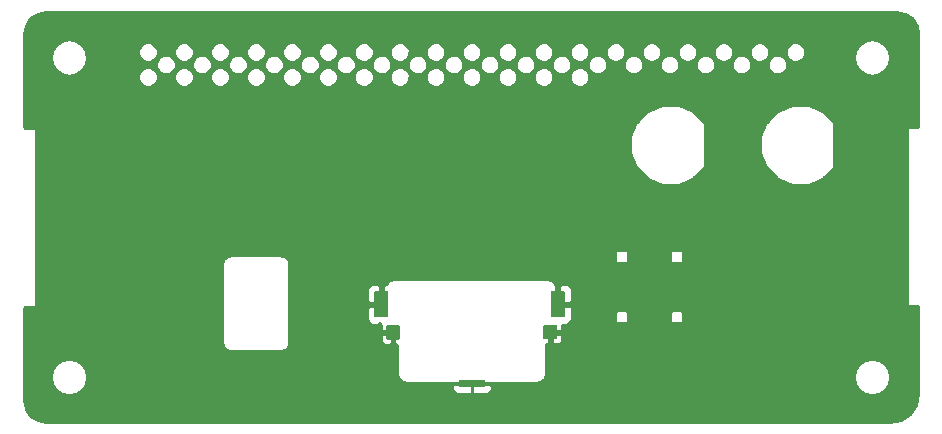
<source format=gtl>
G04 #@! TF.FileFunction,Copper,L1,Top,Signal*
%FSLAX46Y46*%
G04 Gerber Fmt 4.6, Leading zero omitted, Abs format (unit mm)*
G04 Created by KiCad (PCBNEW (2016-10-28 revision 192d4b8)-makepkg) date 11/04/16 19:07:24*
%MOMM*%
%LPD*%
G01*
G04 APERTURE LIST*
%ADD10C,0.150000*%
%ADD11C,0.800000*%
%ADD12C,1.200000*%
%ADD13C,0.600000*%
%ADD14C,0.254000*%
G04 APERTURE END LIST*
D10*
D11*
X51024854Y-12189422D03*
X51540656Y-10264422D03*
X52949854Y-8855224D03*
X54874854Y-8339422D03*
X56799854Y-8855224D03*
X58209052Y-10264422D03*
X58224854Y-12189422D03*
X58209052Y-14114422D03*
X56799854Y-15523620D03*
X54874854Y-16039422D03*
X52949854Y-15523620D03*
X51540656Y-14114422D03*
X62540656Y-14114422D03*
X63949854Y-15523620D03*
X65874854Y-16039422D03*
X67799854Y-15523620D03*
X69209052Y-14114422D03*
X69224854Y-12189422D03*
X69209052Y-10264422D03*
X67799854Y-8855224D03*
X65874854Y-8339422D03*
X63949854Y-8855224D03*
X62540656Y-10264422D03*
X62024854Y-12189422D03*
D10*
G36*
X31891616Y-27484198D02*
X31903265Y-27485926D01*
X31914688Y-27488787D01*
X31925776Y-27492754D01*
X31936422Y-27497789D01*
X31946522Y-27503844D01*
X31955981Y-27510859D01*
X31964707Y-27518767D01*
X31972615Y-27527493D01*
X31979630Y-27536952D01*
X31985685Y-27547052D01*
X31990720Y-27557698D01*
X31994687Y-27568786D01*
X31997548Y-27580209D01*
X31999276Y-27591858D01*
X31999854Y-27603620D01*
X31999854Y-28563620D01*
X31999276Y-28575382D01*
X31997548Y-28587031D01*
X31994687Y-28598454D01*
X31990720Y-28609542D01*
X31985685Y-28620188D01*
X31979630Y-28630288D01*
X31972615Y-28639747D01*
X31964707Y-28648473D01*
X31955981Y-28656381D01*
X31946522Y-28663396D01*
X31936422Y-28669451D01*
X31925776Y-28674486D01*
X31914688Y-28678453D01*
X31903265Y-28681314D01*
X31891616Y-28683042D01*
X31879854Y-28683620D01*
X30919854Y-28683620D01*
X30908092Y-28683042D01*
X30896443Y-28681314D01*
X30885020Y-28678453D01*
X30873932Y-28674486D01*
X30863286Y-28669451D01*
X30853186Y-28663396D01*
X30843727Y-28656381D01*
X30835001Y-28648473D01*
X30827093Y-28639747D01*
X30820078Y-28630288D01*
X30814023Y-28620188D01*
X30808988Y-28609542D01*
X30805021Y-28598454D01*
X30802160Y-28587031D01*
X30800432Y-28575382D01*
X30799854Y-28563620D01*
X30799854Y-27603620D01*
X30800432Y-27591858D01*
X30802160Y-27580209D01*
X30805021Y-27568786D01*
X30808988Y-27557698D01*
X30814023Y-27547052D01*
X30820078Y-27536952D01*
X30827093Y-27527493D01*
X30835001Y-27518767D01*
X30843727Y-27510859D01*
X30853186Y-27503844D01*
X30863286Y-27497789D01*
X30873932Y-27492754D01*
X30885020Y-27488787D01*
X30896443Y-27485926D01*
X30908092Y-27484198D01*
X30919854Y-27483620D01*
X31879854Y-27483620D01*
X31891616Y-27484198D01*
X31891616Y-27484198D01*
G37*
D12*
X31399854Y-28083620D03*
D10*
G36*
X45201616Y-27474198D02*
X45213265Y-27475926D01*
X45224688Y-27478787D01*
X45235776Y-27482754D01*
X45246422Y-27487789D01*
X45256522Y-27493844D01*
X45265981Y-27500859D01*
X45274707Y-27508767D01*
X45282615Y-27517493D01*
X45289630Y-27526952D01*
X45295685Y-27537052D01*
X45300720Y-27547698D01*
X45304687Y-27558786D01*
X45307548Y-27570209D01*
X45309276Y-27581858D01*
X45309854Y-27593620D01*
X45309854Y-28553620D01*
X45309276Y-28565382D01*
X45307548Y-28577031D01*
X45304687Y-28588454D01*
X45300720Y-28599542D01*
X45295685Y-28610188D01*
X45289630Y-28620288D01*
X45282615Y-28629747D01*
X45274707Y-28638473D01*
X45265981Y-28646381D01*
X45256522Y-28653396D01*
X45246422Y-28659451D01*
X45235776Y-28664486D01*
X45224688Y-28668453D01*
X45213265Y-28671314D01*
X45201616Y-28673042D01*
X45189854Y-28673620D01*
X44229854Y-28673620D01*
X44218092Y-28673042D01*
X44206443Y-28671314D01*
X44195020Y-28668453D01*
X44183932Y-28664486D01*
X44173286Y-28659451D01*
X44163186Y-28653396D01*
X44153727Y-28646381D01*
X44145001Y-28638473D01*
X44137093Y-28629747D01*
X44130078Y-28620288D01*
X44124023Y-28610188D01*
X44118988Y-28599542D01*
X44115021Y-28588454D01*
X44112160Y-28577031D01*
X44110432Y-28565382D01*
X44109854Y-28553620D01*
X44109854Y-27593620D01*
X44110432Y-27581858D01*
X44112160Y-27570209D01*
X44115021Y-27558786D01*
X44118988Y-27547698D01*
X44124023Y-27537052D01*
X44130078Y-27526952D01*
X44137093Y-27517493D01*
X44145001Y-27508767D01*
X44153727Y-27500859D01*
X44163186Y-27493844D01*
X44173286Y-27487789D01*
X44183932Y-27482754D01*
X44195020Y-27478787D01*
X44206443Y-27475926D01*
X44218092Y-27474198D01*
X44229854Y-27473620D01*
X45189854Y-27473620D01*
X45201616Y-27474198D01*
X45201616Y-27474198D01*
G37*
D12*
X44709854Y-28073620D03*
D10*
G36*
X39125735Y-32103909D02*
X39131559Y-32104773D01*
X39137271Y-32106204D01*
X39142815Y-32108187D01*
X39148138Y-32110705D01*
X39153188Y-32113732D01*
X39157918Y-32117239D01*
X39162280Y-32121194D01*
X39166235Y-32125556D01*
X39169742Y-32130286D01*
X39172769Y-32135336D01*
X39175287Y-32140659D01*
X39177270Y-32146203D01*
X39178701Y-32151915D01*
X39179565Y-32157739D01*
X39179854Y-32163620D01*
X39179854Y-32643620D01*
X39179565Y-32649501D01*
X39178701Y-32655325D01*
X39177270Y-32661037D01*
X39175287Y-32666581D01*
X39172769Y-32671904D01*
X39169742Y-32676954D01*
X39166235Y-32681684D01*
X39162280Y-32686046D01*
X39157918Y-32690001D01*
X39153188Y-32693508D01*
X39148138Y-32696535D01*
X39142815Y-32699053D01*
X39137271Y-32701036D01*
X39131559Y-32702467D01*
X39125735Y-32703331D01*
X39119854Y-32703620D01*
X37039854Y-32703620D01*
X37033973Y-32703331D01*
X37028149Y-32702467D01*
X37022437Y-32701036D01*
X37016893Y-32699053D01*
X37011570Y-32696535D01*
X37006520Y-32693508D01*
X37001790Y-32690001D01*
X36997428Y-32686046D01*
X36993473Y-32681684D01*
X36989966Y-32676954D01*
X36986939Y-32671904D01*
X36984421Y-32666581D01*
X36982438Y-32661037D01*
X36981007Y-32655325D01*
X36980143Y-32649501D01*
X36979854Y-32643620D01*
X36979854Y-32163620D01*
X36980143Y-32157739D01*
X36981007Y-32151915D01*
X36982438Y-32146203D01*
X36984421Y-32140659D01*
X36986939Y-32135336D01*
X36989966Y-32130286D01*
X36993473Y-32125556D01*
X36997428Y-32121194D01*
X37001790Y-32117239D01*
X37006520Y-32113732D01*
X37011570Y-32110705D01*
X37016893Y-32108187D01*
X37022437Y-32106204D01*
X37028149Y-32104773D01*
X37033973Y-32103909D01*
X37039854Y-32103620D01*
X39119854Y-32103620D01*
X39125735Y-32103909D01*
X39125735Y-32103909D01*
G37*
D13*
X38079854Y-32403620D03*
D10*
G36*
X30891616Y-24596282D02*
X30903265Y-24598010D01*
X30914688Y-24600871D01*
X30925776Y-24604838D01*
X30936422Y-24609873D01*
X30946522Y-24615928D01*
X30955981Y-24622943D01*
X30964707Y-24630851D01*
X30972615Y-24639577D01*
X30979630Y-24649036D01*
X30985685Y-24659136D01*
X30990720Y-24669782D01*
X30994687Y-24680870D01*
X30997548Y-24692293D01*
X30999276Y-24703942D01*
X30999854Y-24715704D01*
X30999854Y-26675704D01*
X30999276Y-26687466D01*
X30997548Y-26699115D01*
X30994687Y-26710538D01*
X30990720Y-26721626D01*
X30985685Y-26732272D01*
X30979630Y-26742372D01*
X30972615Y-26751831D01*
X30964707Y-26760557D01*
X30955981Y-26768465D01*
X30946522Y-26775480D01*
X30936422Y-26781535D01*
X30925776Y-26786570D01*
X30914688Y-26790537D01*
X30903265Y-26793398D01*
X30891616Y-26795126D01*
X30879854Y-26795704D01*
X29919854Y-26795704D01*
X29908092Y-26795126D01*
X29896443Y-26793398D01*
X29885020Y-26790537D01*
X29873932Y-26786570D01*
X29863286Y-26781535D01*
X29853186Y-26775480D01*
X29843727Y-26768465D01*
X29835001Y-26760557D01*
X29827093Y-26751831D01*
X29820078Y-26742372D01*
X29814023Y-26732272D01*
X29808988Y-26721626D01*
X29805021Y-26710538D01*
X29802160Y-26699115D01*
X29800432Y-26687466D01*
X29799854Y-26675704D01*
X29799854Y-24715704D01*
X29800432Y-24703942D01*
X29802160Y-24692293D01*
X29805021Y-24680870D01*
X29808988Y-24669782D01*
X29814023Y-24659136D01*
X29820078Y-24649036D01*
X29827093Y-24639577D01*
X29835001Y-24630851D01*
X29843727Y-24622943D01*
X29853186Y-24615928D01*
X29863286Y-24609873D01*
X29873932Y-24604838D01*
X29885020Y-24600871D01*
X29896443Y-24598010D01*
X29908092Y-24596282D01*
X29919854Y-24595704D01*
X30879854Y-24595704D01*
X30891616Y-24596282D01*
X30891616Y-24596282D01*
G37*
D12*
X30399854Y-25695704D03*
D10*
G36*
X45841616Y-24591283D02*
X45853265Y-24593011D01*
X45864688Y-24595872D01*
X45875776Y-24599839D01*
X45886422Y-24604874D01*
X45896522Y-24610929D01*
X45905981Y-24617944D01*
X45914707Y-24625852D01*
X45922615Y-24634578D01*
X45929630Y-24644037D01*
X45935685Y-24654137D01*
X45940720Y-24664783D01*
X45944687Y-24675871D01*
X45947548Y-24687294D01*
X45949276Y-24698943D01*
X45949854Y-24710705D01*
X45949854Y-26670705D01*
X45949276Y-26682467D01*
X45947548Y-26694116D01*
X45944687Y-26705539D01*
X45940720Y-26716627D01*
X45935685Y-26727273D01*
X45929630Y-26737373D01*
X45922615Y-26746832D01*
X45914707Y-26755558D01*
X45905981Y-26763466D01*
X45896522Y-26770481D01*
X45886422Y-26776536D01*
X45875776Y-26781571D01*
X45864688Y-26785538D01*
X45853265Y-26788399D01*
X45841616Y-26790127D01*
X45829854Y-26790705D01*
X44869854Y-26790705D01*
X44858092Y-26790127D01*
X44846443Y-26788399D01*
X44835020Y-26785538D01*
X44823932Y-26781571D01*
X44813286Y-26776536D01*
X44803186Y-26770481D01*
X44793727Y-26763466D01*
X44785001Y-26755558D01*
X44777093Y-26746832D01*
X44770078Y-26737373D01*
X44764023Y-26727273D01*
X44758988Y-26716627D01*
X44755021Y-26705539D01*
X44752160Y-26694116D01*
X44750432Y-26682467D01*
X44749854Y-26670705D01*
X44749854Y-24710705D01*
X44750432Y-24698943D01*
X44752160Y-24687294D01*
X44755021Y-24675871D01*
X44758988Y-24664783D01*
X44764023Y-24654137D01*
X44770078Y-24644037D01*
X44777093Y-24634578D01*
X44785001Y-24625852D01*
X44793727Y-24617944D01*
X44803186Y-24610929D01*
X44813286Y-24604874D01*
X44823932Y-24599839D01*
X44835020Y-24595872D01*
X44846443Y-24593011D01*
X44858092Y-24591283D01*
X44869854Y-24590705D01*
X45829854Y-24590705D01*
X45841616Y-24591283D01*
X45841616Y-24591283D01*
G37*
D12*
X45349854Y-25690705D03*
D14*
G36*
X74716539Y-1096996D02*
X75320070Y-1500261D01*
X75723335Y-2103792D01*
X75867627Y-2829199D01*
X75867627Y-10522209D01*
X75852739Y-10597056D01*
X75817988Y-10649064D01*
X75765979Y-10683816D01*
X75691132Y-10698704D01*
X75014626Y-10698704D01*
X74962198Y-10709133D01*
X74917752Y-10738830D01*
X74888055Y-10783276D01*
X74877626Y-10835704D01*
X74877627Y-25675704D01*
X74888056Y-25728132D01*
X74917753Y-25772578D01*
X74962199Y-25802275D01*
X75014627Y-25812704D01*
X75691132Y-25812704D01*
X75765979Y-25827592D01*
X75817988Y-25862344D01*
X75852739Y-25914352D01*
X75867627Y-25989199D01*
X75867627Y-33302209D01*
X75686035Y-34215133D01*
X75176553Y-34977627D01*
X74414056Y-35487112D01*
X73501122Y-35668706D01*
X2028113Y-35678702D01*
X1302715Y-35534412D01*
X699184Y-35131147D01*
X295919Y-34527616D01*
X151627Y-33802209D01*
X151627Y-31850704D01*
X2422627Y-31850704D01*
X2539624Y-32438888D01*
X2872804Y-32937527D01*
X3371443Y-33270707D01*
X3959627Y-33387704D01*
X4547811Y-33270707D01*
X5046450Y-32937527D01*
X5283090Y-32583370D01*
X36352854Y-32583370D01*
X36352854Y-32828338D01*
X36448309Y-33058787D01*
X36624687Y-33235165D01*
X36855136Y-33330620D01*
X37900104Y-33330620D01*
X38056854Y-33173870D01*
X38056854Y-32426620D01*
X38102854Y-32426620D01*
X38102854Y-33173870D01*
X38259604Y-33330620D01*
X39304572Y-33330620D01*
X39535021Y-33235165D01*
X39711399Y-33058787D01*
X39806854Y-32828338D01*
X39806854Y-32583370D01*
X39650104Y-32426620D01*
X38102854Y-32426620D01*
X38056854Y-32426620D01*
X36509604Y-32426620D01*
X36352854Y-32583370D01*
X5283090Y-32583370D01*
X5379630Y-32438888D01*
X5496627Y-31850704D01*
X5379630Y-31262520D01*
X5046450Y-30763881D01*
X4547811Y-30430701D01*
X3959627Y-30313704D01*
X3371443Y-30430701D01*
X2872804Y-30763881D01*
X2539624Y-31262520D01*
X2422627Y-31850704D01*
X151627Y-31850704D01*
X151627Y-26089199D01*
X166515Y-26014352D01*
X201267Y-25962343D01*
X253275Y-25927592D01*
X328122Y-25912704D01*
X1004627Y-25912704D01*
X1057055Y-25902275D01*
X1101501Y-25872578D01*
X1131198Y-25828132D01*
X1141627Y-25775704D01*
X1141627Y-22243620D01*
X16922854Y-22243620D01*
X16922854Y-28943620D01*
X16926255Y-28960718D01*
X16926255Y-28978151D01*
X16964315Y-29169493D01*
X16964315Y-29169494D01*
X16990744Y-29233299D01*
X17099129Y-29395508D01*
X17147964Y-29444343D01*
X17310175Y-29552730D01*
X17310176Y-29552731D01*
X17347552Y-29568212D01*
X17373980Y-29579159D01*
X17373981Y-29579159D01*
X17565324Y-29617219D01*
X17582756Y-29617219D01*
X17599854Y-29620620D01*
X21949854Y-29620620D01*
X21966952Y-29617219D01*
X21984385Y-29617219D01*
X22175727Y-29579159D01*
X22175728Y-29579159D01*
X22239533Y-29552730D01*
X22401744Y-29444343D01*
X22450579Y-29395508D01*
X22558964Y-29233299D01*
X22558965Y-29233298D01*
X22585393Y-29169493D01*
X22623453Y-28978150D01*
X22623453Y-28960718D01*
X22626854Y-28943620D01*
X22626854Y-28313370D01*
X30372854Y-28313370D01*
X30372854Y-28768556D01*
X30437861Y-28925496D01*
X30557978Y-29045613D01*
X30714919Y-29110620D01*
X31170104Y-29110620D01*
X31276854Y-29003870D01*
X31276854Y-28206620D01*
X30479604Y-28206620D01*
X30372854Y-28313370D01*
X22626854Y-28313370D01*
X22626854Y-25975454D01*
X29172854Y-25975454D01*
X29172854Y-26920422D01*
X29268309Y-27150871D01*
X29444687Y-27327249D01*
X29675136Y-27422704D01*
X30120104Y-27422704D01*
X30276852Y-27265956D01*
X30276852Y-27422704D01*
X30372854Y-27422704D01*
X30372854Y-27853870D01*
X30479604Y-27960620D01*
X31276854Y-27960620D01*
X31276854Y-27940620D01*
X31522854Y-27940620D01*
X31522854Y-27960620D01*
X31542854Y-27960620D01*
X31542854Y-28206620D01*
X31522854Y-28206620D01*
X31522854Y-29003870D01*
X31629604Y-29110620D01*
X31772854Y-29110620D01*
X31772854Y-31643620D01*
X31776255Y-31660718D01*
X31776255Y-31678151D01*
X31814315Y-31869493D01*
X31814315Y-31869494D01*
X31840744Y-31933299D01*
X31949129Y-32095508D01*
X31997964Y-32144343D01*
X32160175Y-32252730D01*
X32160176Y-32252731D01*
X32197552Y-32268212D01*
X32223980Y-32279159D01*
X32223981Y-32279159D01*
X32415324Y-32317219D01*
X32432756Y-32317219D01*
X32449854Y-32320620D01*
X36449604Y-32320620D01*
X36509604Y-32380620D01*
X38056854Y-32380620D01*
X38056854Y-32360620D01*
X38102854Y-32360620D01*
X38102854Y-32380620D01*
X39650104Y-32380620D01*
X39710104Y-32320620D01*
X43649854Y-32320620D01*
X43666952Y-32317219D01*
X43684385Y-32317219D01*
X43875727Y-32279159D01*
X43875728Y-32279159D01*
X43939533Y-32252730D01*
X44101744Y-32144343D01*
X44150579Y-32095508D01*
X44258964Y-31933299D01*
X44258965Y-31933298D01*
X44274446Y-31895922D01*
X44282820Y-31875704D01*
X70397627Y-31875704D01*
X70514624Y-32463888D01*
X70847804Y-32962527D01*
X71346443Y-33295707D01*
X71934627Y-33412704D01*
X72522811Y-33295707D01*
X73021450Y-32962527D01*
X73354630Y-32463888D01*
X73471627Y-31875704D01*
X73354630Y-31287520D01*
X73021450Y-30788881D01*
X72522811Y-30455701D01*
X71934627Y-30338704D01*
X71346443Y-30455701D01*
X70847804Y-30788881D01*
X70514624Y-31287520D01*
X70397627Y-31875704D01*
X44282820Y-31875704D01*
X44285393Y-31869494D01*
X44285393Y-31869493D01*
X44323453Y-31678150D01*
X44323453Y-31660718D01*
X44326854Y-31643620D01*
X44326854Y-29100620D01*
X44480104Y-29100620D01*
X44586854Y-28993870D01*
X44586854Y-28196620D01*
X44832854Y-28196620D01*
X44832854Y-28993870D01*
X44939604Y-29100620D01*
X45394789Y-29100620D01*
X45551730Y-29035613D01*
X45671847Y-28915496D01*
X45736854Y-28758556D01*
X45736854Y-28303370D01*
X45630104Y-28196620D01*
X44832854Y-28196620D01*
X44586854Y-28196620D01*
X44566854Y-28196620D01*
X44566854Y-27950620D01*
X44586854Y-27950620D01*
X44586854Y-27930620D01*
X44832854Y-27930620D01*
X44832854Y-27950620D01*
X45630104Y-27950620D01*
X45736854Y-27843870D01*
X45736854Y-27417705D01*
X46074572Y-27417705D01*
X46305021Y-27322250D01*
X46481399Y-27145872D01*
X46576854Y-26915423D01*
X46576854Y-26343620D01*
X50233257Y-26343620D01*
X50233257Y-27143620D01*
X50242924Y-27192221D01*
X50270454Y-27233423D01*
X50311656Y-27260953D01*
X50360257Y-27270620D01*
X51160257Y-27270620D01*
X51208858Y-27260953D01*
X51250060Y-27233423D01*
X51277590Y-27192221D01*
X51287257Y-27143620D01*
X51287257Y-26343620D01*
X54872244Y-26343620D01*
X54872244Y-27143620D01*
X54881911Y-27192221D01*
X54909441Y-27233423D01*
X54950643Y-27260953D01*
X54999244Y-27270620D01*
X55799244Y-27270620D01*
X55847845Y-27260953D01*
X55889047Y-27233423D01*
X55916577Y-27192221D01*
X55926244Y-27143620D01*
X55926244Y-26343620D01*
X55916577Y-26295019D01*
X55889047Y-26253817D01*
X55847845Y-26226287D01*
X55799244Y-26216620D01*
X54999244Y-26216620D01*
X54950643Y-26226287D01*
X54909441Y-26253817D01*
X54881911Y-26295019D01*
X54872244Y-26343620D01*
X51287257Y-26343620D01*
X51277590Y-26295019D01*
X51250060Y-26253817D01*
X51208858Y-26226287D01*
X51160257Y-26216620D01*
X50360257Y-26216620D01*
X50311656Y-26226287D01*
X50270454Y-26253817D01*
X50242924Y-26295019D01*
X50233257Y-26343620D01*
X46576854Y-26343620D01*
X46576854Y-25970455D01*
X46420104Y-25813705D01*
X45472854Y-25813705D01*
X45472854Y-25833705D01*
X45226854Y-25833705D01*
X45226854Y-25813705D01*
X45206854Y-25813705D01*
X45206854Y-25567705D01*
X45226854Y-25567705D01*
X45226854Y-24120455D01*
X45472854Y-24120455D01*
X45472854Y-25567705D01*
X46420104Y-25567705D01*
X46576854Y-25410955D01*
X46576854Y-24465987D01*
X46481399Y-24235538D01*
X46305021Y-24059160D01*
X46074572Y-23963705D01*
X45629604Y-23963705D01*
X45472854Y-24120455D01*
X45226854Y-24120455D01*
X45138186Y-24031787D01*
X45135393Y-24017747D01*
X45108965Y-23953942D01*
X45108964Y-23953941D01*
X45000577Y-23791730D01*
X44951742Y-23742895D01*
X44789533Y-23634510D01*
X44725728Y-23608081D01*
X44725727Y-23608081D01*
X44534385Y-23570021D01*
X44516952Y-23570021D01*
X44499854Y-23566620D01*
X31449854Y-23566620D01*
X31432756Y-23570021D01*
X31415324Y-23570021D01*
X31223981Y-23608081D01*
X31223980Y-23608081D01*
X31198918Y-23618462D01*
X31160176Y-23634509D01*
X31160175Y-23634510D01*
X30997966Y-23742895D01*
X30949131Y-23791730D01*
X30840744Y-23953941D01*
X30840744Y-23953942D01*
X30834629Y-23968704D01*
X30679604Y-23968704D01*
X30522854Y-24125454D01*
X30522854Y-25572704D01*
X30542854Y-25572704D01*
X30542854Y-25818704D01*
X30522854Y-25818704D01*
X30522854Y-25838704D01*
X30276854Y-25838704D01*
X30276854Y-25818704D01*
X29329604Y-25818704D01*
X29172854Y-25975454D01*
X22626854Y-25975454D01*
X22626854Y-24470986D01*
X29172854Y-24470986D01*
X29172854Y-25415954D01*
X29329604Y-25572704D01*
X30276854Y-25572704D01*
X30276854Y-24125454D01*
X30120104Y-23968704D01*
X29675136Y-23968704D01*
X29444687Y-24064159D01*
X29268309Y-24240537D01*
X29172854Y-24470986D01*
X22626854Y-24470986D01*
X22626854Y-22243620D01*
X22623453Y-22226522D01*
X22623453Y-22209090D01*
X22585393Y-22017747D01*
X22558965Y-21953942D01*
X22558964Y-21953941D01*
X22450577Y-21791730D01*
X22401742Y-21742895D01*
X22239533Y-21634510D01*
X22175728Y-21608081D01*
X22175727Y-21608081D01*
X21984385Y-21570021D01*
X21966952Y-21570021D01*
X21949854Y-21566620D01*
X17599854Y-21566620D01*
X17582756Y-21570021D01*
X17565324Y-21570021D01*
X17373981Y-21608081D01*
X17373980Y-21608081D01*
X17348918Y-21618462D01*
X17310176Y-21634509D01*
X17310175Y-21634510D01*
X17147966Y-21742895D01*
X17099131Y-21791730D01*
X16990744Y-21953941D01*
X16990744Y-21953942D01*
X16964315Y-22017747D01*
X16926255Y-22209089D01*
X16926255Y-22226522D01*
X16922854Y-22243620D01*
X1141627Y-22243620D01*
X1141627Y-21243620D01*
X50222244Y-21243620D01*
X50222244Y-22043620D01*
X50231911Y-22092221D01*
X50259441Y-22133423D01*
X50300643Y-22160953D01*
X50349244Y-22170620D01*
X51149244Y-22170620D01*
X51197845Y-22160953D01*
X51239047Y-22133423D01*
X51266577Y-22092221D01*
X51276244Y-22043620D01*
X51276244Y-21243620D01*
X54872244Y-21243620D01*
X54872244Y-22043620D01*
X54881911Y-22092221D01*
X54909441Y-22133423D01*
X54950643Y-22160953D01*
X54999244Y-22170620D01*
X55799244Y-22170620D01*
X55847845Y-22160953D01*
X55889047Y-22133423D01*
X55916577Y-22092221D01*
X55926244Y-22043620D01*
X55926244Y-21243620D01*
X55916577Y-21195019D01*
X55889047Y-21153817D01*
X55847845Y-21126287D01*
X55799244Y-21116620D01*
X54999244Y-21116620D01*
X54950643Y-21126287D01*
X54909441Y-21153817D01*
X54881911Y-21195019D01*
X54872244Y-21243620D01*
X51276244Y-21243620D01*
X51266577Y-21195019D01*
X51239047Y-21153817D01*
X51197845Y-21126287D01*
X51149244Y-21116620D01*
X50349244Y-21116620D01*
X50300643Y-21126287D01*
X50259441Y-21153817D01*
X50231911Y-21195019D01*
X50222244Y-21243620D01*
X1141627Y-21243620D01*
X1141627Y-12818441D01*
X51483802Y-12818441D01*
X51499061Y-12895766D01*
X51499062Y-12895767D01*
X51982645Y-14068255D01*
X51982646Y-14068260D01*
X51988472Y-14077007D01*
X52026335Y-14133860D01*
X52026338Y-14133862D01*
X52921800Y-15032038D01*
X52921802Y-15032041D01*
X52948076Y-15049655D01*
X52987269Y-15075929D01*
X52987274Y-15075930D01*
X54158289Y-15563058D01*
X54158293Y-15563061D01*
X54235571Y-15578554D01*
X55503873Y-15580474D01*
X55581198Y-15565215D01*
X55581200Y-15565213D01*
X56753687Y-15081631D01*
X56753692Y-15081630D01*
X56793068Y-15055406D01*
X56819292Y-15037941D01*
X56819294Y-15037938D01*
X57717473Y-14142473D01*
X57717558Y-14142346D01*
X57717690Y-14142258D01*
X57739606Y-14109459D01*
X57761361Y-14077007D01*
X57761392Y-14076853D01*
X57761478Y-14076724D01*
X57769035Y-14038732D01*
X57776855Y-13999728D01*
X57776824Y-13999572D01*
X57776854Y-13999422D01*
X57776854Y-12818441D01*
X62483802Y-12818441D01*
X62499061Y-12895766D01*
X62499062Y-12895767D01*
X62982645Y-14068255D01*
X62982646Y-14068260D01*
X62988472Y-14077007D01*
X63026335Y-14133860D01*
X63026338Y-14133862D01*
X63921800Y-15032038D01*
X63921802Y-15032041D01*
X63948076Y-15049655D01*
X63987269Y-15075929D01*
X63987274Y-15075930D01*
X65158289Y-15563058D01*
X65158293Y-15563061D01*
X65235571Y-15578554D01*
X66503873Y-15580474D01*
X66581198Y-15565215D01*
X66581200Y-15565213D01*
X67753687Y-15081631D01*
X67753692Y-15081630D01*
X67793068Y-15055406D01*
X67819292Y-15037941D01*
X67819294Y-15037938D01*
X68717473Y-14142473D01*
X68717558Y-14142346D01*
X68717690Y-14142258D01*
X68739606Y-14109459D01*
X68761361Y-14077007D01*
X68761392Y-14076853D01*
X68761478Y-14076724D01*
X68769035Y-14038732D01*
X68776855Y-13999728D01*
X68776824Y-13999572D01*
X68776854Y-13999422D01*
X68776854Y-10379427D01*
X68776855Y-10379422D01*
X68761478Y-10302120D01*
X68717690Y-10236586D01*
X67827690Y-9346586D01*
X67794812Y-9324618D01*
X67762439Y-9302916D01*
X67762157Y-9302799D01*
X67762156Y-9302798D01*
X67762155Y-9302798D01*
X66591416Y-8815784D01*
X66591417Y-8815784D01*
X66591415Y-8815783D01*
X66529630Y-8803396D01*
X66514137Y-8800290D01*
X66514136Y-8800290D01*
X65245835Y-8798370D01*
X65168510Y-8813629D01*
X63996021Y-9297213D01*
X63996016Y-9297214D01*
X63930417Y-9340903D01*
X63032235Y-10236370D01*
X62988347Y-10301837D01*
X62988346Y-10301842D01*
X62501217Y-11472859D01*
X62501215Y-11472861D01*
X62485722Y-11550140D01*
X62483802Y-12818441D01*
X57776854Y-12818441D01*
X57776854Y-10379427D01*
X57776855Y-10379422D01*
X57761478Y-10302120D01*
X57717690Y-10236586D01*
X56827690Y-9346586D01*
X56794812Y-9324618D01*
X56762439Y-9302916D01*
X56762157Y-9302799D01*
X56762156Y-9302798D01*
X56762155Y-9302798D01*
X55591416Y-8815784D01*
X55591417Y-8815784D01*
X55591415Y-8815783D01*
X55529630Y-8803396D01*
X55514137Y-8800290D01*
X55514136Y-8800290D01*
X54245835Y-8798370D01*
X54168510Y-8813629D01*
X52996021Y-9297213D01*
X52996016Y-9297214D01*
X52930417Y-9340903D01*
X52032235Y-10236370D01*
X51988347Y-10301837D01*
X51988346Y-10301842D01*
X51501217Y-11472859D01*
X51501215Y-11472861D01*
X51485722Y-11550140D01*
X51483802Y-12818441D01*
X1141627Y-12818441D01*
X1141627Y-10935704D01*
X1131198Y-10883276D01*
X1101501Y-10838830D01*
X1057055Y-10809133D01*
X1004627Y-10798704D01*
X328122Y-10798704D01*
X253275Y-10783816D01*
X201267Y-10749065D01*
X166515Y-10697056D01*
X151627Y-10622209D01*
X151627Y-6619483D01*
X9822984Y-6619483D01*
X9948622Y-6923550D01*
X10181057Y-7156392D01*
X10484905Y-7282560D01*
X10813906Y-7282847D01*
X11117973Y-7157209D01*
X11350815Y-6924774D01*
X11476983Y-6620926D01*
X11476984Y-6619483D01*
X12868484Y-6619483D01*
X12994122Y-6923550D01*
X13226557Y-7156392D01*
X13530405Y-7282560D01*
X13859406Y-7282847D01*
X14163473Y-7157209D01*
X14396315Y-6924774D01*
X14522483Y-6620926D01*
X14522484Y-6619483D01*
X15913984Y-6619483D01*
X16039622Y-6923550D01*
X16272057Y-7156392D01*
X16575905Y-7282560D01*
X16904906Y-7282847D01*
X17208973Y-7157209D01*
X17441815Y-6924774D01*
X17567983Y-6620926D01*
X17567984Y-6619483D01*
X18959484Y-6619483D01*
X19085122Y-6923550D01*
X19317557Y-7156392D01*
X19621405Y-7282560D01*
X19950406Y-7282847D01*
X20254473Y-7157209D01*
X20487315Y-6924774D01*
X20613483Y-6620926D01*
X20613484Y-6619483D01*
X22004984Y-6619483D01*
X22130622Y-6923550D01*
X22363057Y-7156392D01*
X22666905Y-7282560D01*
X22995906Y-7282847D01*
X23299973Y-7157209D01*
X23532815Y-6924774D01*
X23658983Y-6620926D01*
X23658984Y-6619483D01*
X25050484Y-6619483D01*
X25176122Y-6923550D01*
X25408557Y-7156392D01*
X25712405Y-7282560D01*
X26041406Y-7282847D01*
X26345473Y-7157209D01*
X26578315Y-6924774D01*
X26704483Y-6620926D01*
X26704484Y-6619483D01*
X28095984Y-6619483D01*
X28221622Y-6923550D01*
X28454057Y-7156392D01*
X28757905Y-7282560D01*
X29086906Y-7282847D01*
X29390973Y-7157209D01*
X29623815Y-6924774D01*
X29749983Y-6620926D01*
X29749984Y-6619483D01*
X31141484Y-6619483D01*
X31267122Y-6923550D01*
X31499557Y-7156392D01*
X31803405Y-7282560D01*
X32132406Y-7282847D01*
X32436473Y-7157209D01*
X32669315Y-6924774D01*
X32795483Y-6620926D01*
X32795484Y-6619483D01*
X34186984Y-6619483D01*
X34312622Y-6923550D01*
X34545057Y-7156392D01*
X34848905Y-7282560D01*
X35177906Y-7282847D01*
X35481973Y-7157209D01*
X35714815Y-6924774D01*
X35840983Y-6620926D01*
X35840984Y-6619483D01*
X37232484Y-6619483D01*
X37358122Y-6923550D01*
X37590557Y-7156392D01*
X37894405Y-7282560D01*
X38223406Y-7282847D01*
X38527473Y-7157209D01*
X38760315Y-6924774D01*
X38886483Y-6620926D01*
X38886484Y-6619483D01*
X40277984Y-6619483D01*
X40403622Y-6923550D01*
X40636057Y-7156392D01*
X40939905Y-7282560D01*
X41268906Y-7282847D01*
X41572973Y-7157209D01*
X41805815Y-6924774D01*
X41931983Y-6620926D01*
X41931984Y-6619483D01*
X43323484Y-6619483D01*
X43449122Y-6923550D01*
X43681557Y-7156392D01*
X43985405Y-7282560D01*
X44314406Y-7282847D01*
X44618473Y-7157209D01*
X44851315Y-6924774D01*
X44977483Y-6620926D01*
X44977484Y-6619483D01*
X46368984Y-6619483D01*
X46494622Y-6923550D01*
X46727057Y-7156392D01*
X47030905Y-7282560D01*
X47359906Y-7282847D01*
X47663973Y-7157209D01*
X47896815Y-6924774D01*
X48022983Y-6620926D01*
X48023270Y-6291925D01*
X47897632Y-5987858D01*
X47665197Y-5755016D01*
X47361349Y-5628848D01*
X47032348Y-5628561D01*
X46728281Y-5754199D01*
X46495439Y-5986634D01*
X46369271Y-6290482D01*
X46368984Y-6619483D01*
X44977484Y-6619483D01*
X44977770Y-6291925D01*
X44852132Y-5987858D01*
X44619697Y-5755016D01*
X44315849Y-5628848D01*
X43986848Y-5628561D01*
X43682781Y-5754199D01*
X43449939Y-5986634D01*
X43323771Y-6290482D01*
X43323484Y-6619483D01*
X41931984Y-6619483D01*
X41932270Y-6291925D01*
X41806632Y-5987858D01*
X41574197Y-5755016D01*
X41270349Y-5628848D01*
X40941348Y-5628561D01*
X40637281Y-5754199D01*
X40404439Y-5986634D01*
X40278271Y-6290482D01*
X40277984Y-6619483D01*
X38886484Y-6619483D01*
X38886770Y-6291925D01*
X38761132Y-5987858D01*
X38528697Y-5755016D01*
X38224849Y-5628848D01*
X37895848Y-5628561D01*
X37591781Y-5754199D01*
X37358939Y-5986634D01*
X37232771Y-6290482D01*
X37232484Y-6619483D01*
X35840984Y-6619483D01*
X35841270Y-6291925D01*
X35715632Y-5987858D01*
X35483197Y-5755016D01*
X35179349Y-5628848D01*
X34850348Y-5628561D01*
X34546281Y-5754199D01*
X34313439Y-5986634D01*
X34187271Y-6290482D01*
X34186984Y-6619483D01*
X32795484Y-6619483D01*
X32795770Y-6291925D01*
X32670132Y-5987858D01*
X32437697Y-5755016D01*
X32133849Y-5628848D01*
X31804848Y-5628561D01*
X31500781Y-5754199D01*
X31267939Y-5986634D01*
X31141771Y-6290482D01*
X31141484Y-6619483D01*
X29749984Y-6619483D01*
X29750270Y-6291925D01*
X29624632Y-5987858D01*
X29392197Y-5755016D01*
X29088349Y-5628848D01*
X28759348Y-5628561D01*
X28455281Y-5754199D01*
X28222439Y-5986634D01*
X28096271Y-6290482D01*
X28095984Y-6619483D01*
X26704484Y-6619483D01*
X26704770Y-6291925D01*
X26579132Y-5987858D01*
X26346697Y-5755016D01*
X26042849Y-5628848D01*
X25713848Y-5628561D01*
X25409781Y-5754199D01*
X25176939Y-5986634D01*
X25050771Y-6290482D01*
X25050484Y-6619483D01*
X23658984Y-6619483D01*
X23659270Y-6291925D01*
X23533632Y-5987858D01*
X23301197Y-5755016D01*
X22997349Y-5628848D01*
X22668348Y-5628561D01*
X22364281Y-5754199D01*
X22131439Y-5986634D01*
X22005271Y-6290482D01*
X22004984Y-6619483D01*
X20613484Y-6619483D01*
X20613770Y-6291925D01*
X20488132Y-5987858D01*
X20255697Y-5755016D01*
X19951849Y-5628848D01*
X19622848Y-5628561D01*
X19318781Y-5754199D01*
X19085939Y-5986634D01*
X18959771Y-6290482D01*
X18959484Y-6619483D01*
X17567984Y-6619483D01*
X17568270Y-6291925D01*
X17442632Y-5987858D01*
X17210197Y-5755016D01*
X16906349Y-5628848D01*
X16577348Y-5628561D01*
X16273281Y-5754199D01*
X16040439Y-5986634D01*
X15914271Y-6290482D01*
X15913984Y-6619483D01*
X14522484Y-6619483D01*
X14522770Y-6291925D01*
X14397132Y-5987858D01*
X14164697Y-5755016D01*
X13860849Y-5628848D01*
X13531848Y-5628561D01*
X13227781Y-5754199D01*
X12994939Y-5986634D01*
X12868771Y-6290482D01*
X12868484Y-6619483D01*
X11476984Y-6619483D01*
X11477270Y-6291925D01*
X11351632Y-5987858D01*
X11119197Y-5755016D01*
X10815349Y-5628848D01*
X10486348Y-5628561D01*
X10182281Y-5754199D01*
X9949439Y-5986634D01*
X9823271Y-6290482D01*
X9822984Y-6619483D01*
X151627Y-6619483D01*
X151627Y-4800704D01*
X2422627Y-4800704D01*
X2539624Y-5388888D01*
X2872804Y-5887527D01*
X3371443Y-6220707D01*
X3959627Y-6337704D01*
X4547811Y-6220707D01*
X5046450Y-5887527D01*
X5252278Y-5579483D01*
X11342984Y-5579483D01*
X11468622Y-5883550D01*
X11701057Y-6116392D01*
X12004905Y-6242560D01*
X12333906Y-6242847D01*
X12637973Y-6117209D01*
X12870815Y-5884774D01*
X12996983Y-5580926D01*
X12996984Y-5579483D01*
X14388484Y-5579483D01*
X14514122Y-5883550D01*
X14746557Y-6116392D01*
X15050405Y-6242560D01*
X15379406Y-6242847D01*
X15683473Y-6117209D01*
X15916315Y-5884774D01*
X16042483Y-5580926D01*
X16042484Y-5579483D01*
X17433984Y-5579483D01*
X17559622Y-5883550D01*
X17792057Y-6116392D01*
X18095905Y-6242560D01*
X18424906Y-6242847D01*
X18728973Y-6117209D01*
X18961815Y-5884774D01*
X19087983Y-5580926D01*
X19087984Y-5579483D01*
X20479484Y-5579483D01*
X20605122Y-5883550D01*
X20837557Y-6116392D01*
X21141405Y-6242560D01*
X21470406Y-6242847D01*
X21774473Y-6117209D01*
X22007315Y-5884774D01*
X22133483Y-5580926D01*
X22133484Y-5579483D01*
X23524984Y-5579483D01*
X23650622Y-5883550D01*
X23883057Y-6116392D01*
X24186905Y-6242560D01*
X24515906Y-6242847D01*
X24819973Y-6117209D01*
X25052815Y-5884774D01*
X25178983Y-5580926D01*
X25178984Y-5579483D01*
X26570484Y-5579483D01*
X26696122Y-5883550D01*
X26928557Y-6116392D01*
X27232405Y-6242560D01*
X27561406Y-6242847D01*
X27865473Y-6117209D01*
X28098315Y-5884774D01*
X28224483Y-5580926D01*
X28224484Y-5579483D01*
X29615984Y-5579483D01*
X29741622Y-5883550D01*
X29974057Y-6116392D01*
X30277905Y-6242560D01*
X30606906Y-6242847D01*
X30910973Y-6117209D01*
X31143815Y-5884774D01*
X31269983Y-5580926D01*
X31269984Y-5579483D01*
X32661484Y-5579483D01*
X32787122Y-5883550D01*
X33019557Y-6116392D01*
X33323405Y-6242560D01*
X33652406Y-6242847D01*
X33956473Y-6117209D01*
X34189315Y-5884774D01*
X34315483Y-5580926D01*
X34315484Y-5579483D01*
X35706984Y-5579483D01*
X35832622Y-5883550D01*
X36065057Y-6116392D01*
X36368905Y-6242560D01*
X36697906Y-6242847D01*
X37001973Y-6117209D01*
X37234815Y-5884774D01*
X37360983Y-5580926D01*
X37360984Y-5579483D01*
X38752484Y-5579483D01*
X38878122Y-5883550D01*
X39110557Y-6116392D01*
X39414405Y-6242560D01*
X39743406Y-6242847D01*
X40047473Y-6117209D01*
X40280315Y-5884774D01*
X40406483Y-5580926D01*
X40406484Y-5579483D01*
X41797984Y-5579483D01*
X41923622Y-5883550D01*
X42156057Y-6116392D01*
X42459905Y-6242560D01*
X42788906Y-6242847D01*
X43092973Y-6117209D01*
X43325815Y-5884774D01*
X43451983Y-5580926D01*
X43451984Y-5579483D01*
X44843484Y-5579483D01*
X44969122Y-5883550D01*
X45201557Y-6116392D01*
X45505405Y-6242560D01*
X45834406Y-6242847D01*
X46138473Y-6117209D01*
X46371315Y-5884774D01*
X46497483Y-5580926D01*
X46497484Y-5579483D01*
X47888984Y-5579483D01*
X48014622Y-5883550D01*
X48247057Y-6116392D01*
X48550905Y-6242560D01*
X48879906Y-6242847D01*
X49183973Y-6117209D01*
X49416815Y-5884774D01*
X49542983Y-5580926D01*
X49542984Y-5579483D01*
X50934484Y-5579483D01*
X51060122Y-5883550D01*
X51292557Y-6116392D01*
X51596405Y-6242560D01*
X51925406Y-6242847D01*
X52229473Y-6117209D01*
X52462315Y-5884774D01*
X52588483Y-5580926D01*
X52588484Y-5579483D01*
X53979984Y-5579483D01*
X54105622Y-5883550D01*
X54338057Y-6116392D01*
X54641905Y-6242560D01*
X54970906Y-6242847D01*
X55274973Y-6117209D01*
X55507815Y-5884774D01*
X55633983Y-5580926D01*
X55633984Y-5579483D01*
X57025484Y-5579483D01*
X57151122Y-5883550D01*
X57383557Y-6116392D01*
X57687405Y-6242560D01*
X58016406Y-6242847D01*
X58320473Y-6117209D01*
X58553315Y-5884774D01*
X58679483Y-5580926D01*
X58679484Y-5579483D01*
X60070984Y-5579483D01*
X60196622Y-5883550D01*
X60429057Y-6116392D01*
X60732905Y-6242560D01*
X61061906Y-6242847D01*
X61365973Y-6117209D01*
X61598815Y-5884774D01*
X61724983Y-5580926D01*
X61724984Y-5579483D01*
X63116484Y-5579483D01*
X63242122Y-5883550D01*
X63474557Y-6116392D01*
X63778405Y-6242560D01*
X64107406Y-6242847D01*
X64411473Y-6117209D01*
X64644315Y-5884774D01*
X64770483Y-5580926D01*
X64770770Y-5251925D01*
X64645132Y-4947858D01*
X64412697Y-4715016D01*
X64108849Y-4588848D01*
X63779848Y-4588561D01*
X63475781Y-4714199D01*
X63242939Y-4946634D01*
X63116771Y-5250482D01*
X63116484Y-5579483D01*
X61724984Y-5579483D01*
X61725270Y-5251925D01*
X61599632Y-4947858D01*
X61367197Y-4715016D01*
X61063349Y-4588848D01*
X60734348Y-4588561D01*
X60430281Y-4714199D01*
X60197439Y-4946634D01*
X60071271Y-5250482D01*
X60070984Y-5579483D01*
X58679484Y-5579483D01*
X58679770Y-5251925D01*
X58554132Y-4947858D01*
X58321697Y-4715016D01*
X58017849Y-4588848D01*
X57688848Y-4588561D01*
X57384781Y-4714199D01*
X57151939Y-4946634D01*
X57025771Y-5250482D01*
X57025484Y-5579483D01*
X55633984Y-5579483D01*
X55634270Y-5251925D01*
X55508632Y-4947858D01*
X55276197Y-4715016D01*
X54972349Y-4588848D01*
X54643348Y-4588561D01*
X54339281Y-4714199D01*
X54106439Y-4946634D01*
X53980271Y-5250482D01*
X53979984Y-5579483D01*
X52588484Y-5579483D01*
X52588770Y-5251925D01*
X52463132Y-4947858D01*
X52230697Y-4715016D01*
X51926849Y-4588848D01*
X51597848Y-4588561D01*
X51293781Y-4714199D01*
X51060939Y-4946634D01*
X50934771Y-5250482D01*
X50934484Y-5579483D01*
X49542984Y-5579483D01*
X49543270Y-5251925D01*
X49417632Y-4947858D01*
X49185197Y-4715016D01*
X48881349Y-4588848D01*
X48552348Y-4588561D01*
X48248281Y-4714199D01*
X48015439Y-4946634D01*
X47889271Y-5250482D01*
X47888984Y-5579483D01*
X46497484Y-5579483D01*
X46497770Y-5251925D01*
X46372132Y-4947858D01*
X46139697Y-4715016D01*
X45835849Y-4588848D01*
X45506848Y-4588561D01*
X45202781Y-4714199D01*
X44969939Y-4946634D01*
X44843771Y-5250482D01*
X44843484Y-5579483D01*
X43451984Y-5579483D01*
X43452270Y-5251925D01*
X43326632Y-4947858D01*
X43094197Y-4715016D01*
X42790349Y-4588848D01*
X42461348Y-4588561D01*
X42157281Y-4714199D01*
X41924439Y-4946634D01*
X41798271Y-5250482D01*
X41797984Y-5579483D01*
X40406484Y-5579483D01*
X40406770Y-5251925D01*
X40281132Y-4947858D01*
X40048697Y-4715016D01*
X39744849Y-4588848D01*
X39415848Y-4588561D01*
X39111781Y-4714199D01*
X38878939Y-4946634D01*
X38752771Y-5250482D01*
X38752484Y-5579483D01*
X37360984Y-5579483D01*
X37361270Y-5251925D01*
X37235632Y-4947858D01*
X37003197Y-4715016D01*
X36699349Y-4588848D01*
X36370348Y-4588561D01*
X36066281Y-4714199D01*
X35833439Y-4946634D01*
X35707271Y-5250482D01*
X35706984Y-5579483D01*
X34315484Y-5579483D01*
X34315770Y-5251925D01*
X34190132Y-4947858D01*
X33957697Y-4715016D01*
X33653849Y-4588848D01*
X33324848Y-4588561D01*
X33020781Y-4714199D01*
X32787939Y-4946634D01*
X32661771Y-5250482D01*
X32661484Y-5579483D01*
X31269984Y-5579483D01*
X31270270Y-5251925D01*
X31144632Y-4947858D01*
X30912197Y-4715016D01*
X30608349Y-4588848D01*
X30279348Y-4588561D01*
X29975281Y-4714199D01*
X29742439Y-4946634D01*
X29616271Y-5250482D01*
X29615984Y-5579483D01*
X28224484Y-5579483D01*
X28224770Y-5251925D01*
X28099132Y-4947858D01*
X27866697Y-4715016D01*
X27562849Y-4588848D01*
X27233848Y-4588561D01*
X26929781Y-4714199D01*
X26696939Y-4946634D01*
X26570771Y-5250482D01*
X26570484Y-5579483D01*
X25178984Y-5579483D01*
X25179270Y-5251925D01*
X25053632Y-4947858D01*
X24821197Y-4715016D01*
X24517349Y-4588848D01*
X24188348Y-4588561D01*
X23884281Y-4714199D01*
X23651439Y-4946634D01*
X23525271Y-5250482D01*
X23524984Y-5579483D01*
X22133484Y-5579483D01*
X22133770Y-5251925D01*
X22008132Y-4947858D01*
X21775697Y-4715016D01*
X21471849Y-4588848D01*
X21142848Y-4588561D01*
X20838781Y-4714199D01*
X20605939Y-4946634D01*
X20479771Y-5250482D01*
X20479484Y-5579483D01*
X19087984Y-5579483D01*
X19088270Y-5251925D01*
X18962632Y-4947858D01*
X18730197Y-4715016D01*
X18426349Y-4588848D01*
X18097348Y-4588561D01*
X17793281Y-4714199D01*
X17560439Y-4946634D01*
X17434271Y-5250482D01*
X17433984Y-5579483D01*
X16042484Y-5579483D01*
X16042770Y-5251925D01*
X15917132Y-4947858D01*
X15684697Y-4715016D01*
X15380849Y-4588848D01*
X15051848Y-4588561D01*
X14747781Y-4714199D01*
X14514939Y-4946634D01*
X14388771Y-5250482D01*
X14388484Y-5579483D01*
X12996984Y-5579483D01*
X12997270Y-5251925D01*
X12871632Y-4947858D01*
X12639197Y-4715016D01*
X12335349Y-4588848D01*
X12006348Y-4588561D01*
X11702281Y-4714199D01*
X11469439Y-4946634D01*
X11343271Y-5250482D01*
X11342984Y-5579483D01*
X5252278Y-5579483D01*
X5379630Y-5388888D01*
X5496627Y-4800704D01*
X5440689Y-4519483D01*
X9822984Y-4519483D01*
X9948622Y-4823550D01*
X10181057Y-5056392D01*
X10484905Y-5182560D01*
X10813906Y-5182847D01*
X11117973Y-5057209D01*
X11350815Y-4824774D01*
X11476983Y-4520926D01*
X11476984Y-4519483D01*
X12868484Y-4519483D01*
X12994122Y-4823550D01*
X13226557Y-5056392D01*
X13530405Y-5182560D01*
X13859406Y-5182847D01*
X14163473Y-5057209D01*
X14396315Y-4824774D01*
X14522483Y-4520926D01*
X14522484Y-4519483D01*
X15913984Y-4519483D01*
X16039622Y-4823550D01*
X16272057Y-5056392D01*
X16575905Y-5182560D01*
X16904906Y-5182847D01*
X17208973Y-5057209D01*
X17441815Y-4824774D01*
X17567983Y-4520926D01*
X17567984Y-4519483D01*
X18959484Y-4519483D01*
X19085122Y-4823550D01*
X19317557Y-5056392D01*
X19621405Y-5182560D01*
X19950406Y-5182847D01*
X20254473Y-5057209D01*
X20487315Y-4824774D01*
X20613483Y-4520926D01*
X20613484Y-4519483D01*
X22004984Y-4519483D01*
X22130622Y-4823550D01*
X22363057Y-5056392D01*
X22666905Y-5182560D01*
X22995906Y-5182847D01*
X23299973Y-5057209D01*
X23532815Y-4824774D01*
X23658983Y-4520926D01*
X23658984Y-4519483D01*
X25050484Y-4519483D01*
X25176122Y-4823550D01*
X25408557Y-5056392D01*
X25712405Y-5182560D01*
X26041406Y-5182847D01*
X26345473Y-5057209D01*
X26578315Y-4824774D01*
X26704483Y-4520926D01*
X26704484Y-4519483D01*
X28095984Y-4519483D01*
X28221622Y-4823550D01*
X28454057Y-5056392D01*
X28757905Y-5182560D01*
X29086906Y-5182847D01*
X29390973Y-5057209D01*
X29623815Y-4824774D01*
X29749983Y-4520926D01*
X29749984Y-4519483D01*
X31141484Y-4519483D01*
X31267122Y-4823550D01*
X31499557Y-5056392D01*
X31803405Y-5182560D01*
X32132406Y-5182847D01*
X32436473Y-5057209D01*
X32669315Y-4824774D01*
X32795483Y-4520926D01*
X32795484Y-4519483D01*
X34186984Y-4519483D01*
X34312622Y-4823550D01*
X34545057Y-5056392D01*
X34848905Y-5182560D01*
X35177906Y-5182847D01*
X35481973Y-5057209D01*
X35714815Y-4824774D01*
X35840983Y-4520926D01*
X35840984Y-4519483D01*
X37232484Y-4519483D01*
X37358122Y-4823550D01*
X37590557Y-5056392D01*
X37894405Y-5182560D01*
X38223406Y-5182847D01*
X38527473Y-5057209D01*
X38760315Y-4824774D01*
X38886483Y-4520926D01*
X38886484Y-4519483D01*
X40277984Y-4519483D01*
X40403622Y-4823550D01*
X40636057Y-5056392D01*
X40939905Y-5182560D01*
X41268906Y-5182847D01*
X41572973Y-5057209D01*
X41805815Y-4824774D01*
X41931983Y-4520926D01*
X41931984Y-4519483D01*
X43323484Y-4519483D01*
X43449122Y-4823550D01*
X43681557Y-5056392D01*
X43985405Y-5182560D01*
X44314406Y-5182847D01*
X44618473Y-5057209D01*
X44851315Y-4824774D01*
X44977483Y-4520926D01*
X44977484Y-4519483D01*
X46368984Y-4519483D01*
X46494622Y-4823550D01*
X46727057Y-5056392D01*
X47030905Y-5182560D01*
X47359906Y-5182847D01*
X47663973Y-5057209D01*
X47896815Y-4824774D01*
X48022983Y-4520926D01*
X48022984Y-4519483D01*
X49414484Y-4519483D01*
X49540122Y-4823550D01*
X49772557Y-5056392D01*
X50076405Y-5182560D01*
X50405406Y-5182847D01*
X50709473Y-5057209D01*
X50942315Y-4824774D01*
X51068483Y-4520926D01*
X51068484Y-4519483D01*
X52459984Y-4519483D01*
X52585622Y-4823550D01*
X52818057Y-5056392D01*
X53121905Y-5182560D01*
X53450906Y-5182847D01*
X53754973Y-5057209D01*
X53987815Y-4824774D01*
X54113983Y-4520926D01*
X54113984Y-4519483D01*
X55505484Y-4519483D01*
X55631122Y-4823550D01*
X55863557Y-5056392D01*
X56167405Y-5182560D01*
X56496406Y-5182847D01*
X56800473Y-5057209D01*
X57033315Y-4824774D01*
X57159483Y-4520926D01*
X57159484Y-4519483D01*
X58550984Y-4519483D01*
X58676622Y-4823550D01*
X58909057Y-5056392D01*
X59212905Y-5182560D01*
X59541906Y-5182847D01*
X59845973Y-5057209D01*
X60078815Y-4824774D01*
X60204983Y-4520926D01*
X60204984Y-4519483D01*
X61596484Y-4519483D01*
X61722122Y-4823550D01*
X61954557Y-5056392D01*
X62258405Y-5182560D01*
X62587406Y-5182847D01*
X62891473Y-5057209D01*
X63124315Y-4824774D01*
X63250483Y-4520926D01*
X63250484Y-4519483D01*
X64641984Y-4519483D01*
X64767622Y-4823550D01*
X65000057Y-5056392D01*
X65303905Y-5182560D01*
X65632906Y-5182847D01*
X65936973Y-5057209D01*
X66169815Y-4824774D01*
X66179809Y-4800704D01*
X70422627Y-4800704D01*
X70539624Y-5388888D01*
X70872804Y-5887527D01*
X71371443Y-6220707D01*
X71959627Y-6337704D01*
X72547811Y-6220707D01*
X73046450Y-5887527D01*
X73379630Y-5388888D01*
X73496627Y-4800704D01*
X73379630Y-4212520D01*
X73046450Y-3713881D01*
X72547811Y-3380701D01*
X71959627Y-3263704D01*
X71371443Y-3380701D01*
X70872804Y-3713881D01*
X70539624Y-4212520D01*
X70422627Y-4800704D01*
X66179809Y-4800704D01*
X66295983Y-4520926D01*
X66296270Y-4191925D01*
X66170632Y-3887858D01*
X65938197Y-3655016D01*
X65634349Y-3528848D01*
X65305348Y-3528561D01*
X65001281Y-3654199D01*
X64768439Y-3886634D01*
X64642271Y-4190482D01*
X64641984Y-4519483D01*
X63250484Y-4519483D01*
X63250770Y-4191925D01*
X63125132Y-3887858D01*
X62892697Y-3655016D01*
X62588849Y-3528848D01*
X62259848Y-3528561D01*
X61955781Y-3654199D01*
X61722939Y-3886634D01*
X61596771Y-4190482D01*
X61596484Y-4519483D01*
X60204984Y-4519483D01*
X60205270Y-4191925D01*
X60079632Y-3887858D01*
X59847197Y-3655016D01*
X59543349Y-3528848D01*
X59214348Y-3528561D01*
X58910281Y-3654199D01*
X58677439Y-3886634D01*
X58551271Y-4190482D01*
X58550984Y-4519483D01*
X57159484Y-4519483D01*
X57159770Y-4191925D01*
X57034132Y-3887858D01*
X56801697Y-3655016D01*
X56497849Y-3528848D01*
X56168848Y-3528561D01*
X55864781Y-3654199D01*
X55631939Y-3886634D01*
X55505771Y-4190482D01*
X55505484Y-4519483D01*
X54113984Y-4519483D01*
X54114270Y-4191925D01*
X53988632Y-3887858D01*
X53756197Y-3655016D01*
X53452349Y-3528848D01*
X53123348Y-3528561D01*
X52819281Y-3654199D01*
X52586439Y-3886634D01*
X52460271Y-4190482D01*
X52459984Y-4519483D01*
X51068484Y-4519483D01*
X51068770Y-4191925D01*
X50943132Y-3887858D01*
X50710697Y-3655016D01*
X50406849Y-3528848D01*
X50077848Y-3528561D01*
X49773781Y-3654199D01*
X49540939Y-3886634D01*
X49414771Y-4190482D01*
X49414484Y-4519483D01*
X48022984Y-4519483D01*
X48023270Y-4191925D01*
X47897632Y-3887858D01*
X47665197Y-3655016D01*
X47361349Y-3528848D01*
X47032348Y-3528561D01*
X46728281Y-3654199D01*
X46495439Y-3886634D01*
X46369271Y-4190482D01*
X46368984Y-4519483D01*
X44977484Y-4519483D01*
X44977770Y-4191925D01*
X44852132Y-3887858D01*
X44619697Y-3655016D01*
X44315849Y-3528848D01*
X43986848Y-3528561D01*
X43682781Y-3654199D01*
X43449939Y-3886634D01*
X43323771Y-4190482D01*
X43323484Y-4519483D01*
X41931984Y-4519483D01*
X41932270Y-4191925D01*
X41806632Y-3887858D01*
X41574197Y-3655016D01*
X41270349Y-3528848D01*
X40941348Y-3528561D01*
X40637281Y-3654199D01*
X40404439Y-3886634D01*
X40278271Y-4190482D01*
X40277984Y-4519483D01*
X38886484Y-4519483D01*
X38886770Y-4191925D01*
X38761132Y-3887858D01*
X38528697Y-3655016D01*
X38224849Y-3528848D01*
X37895848Y-3528561D01*
X37591781Y-3654199D01*
X37358939Y-3886634D01*
X37232771Y-4190482D01*
X37232484Y-4519483D01*
X35840984Y-4519483D01*
X35841270Y-4191925D01*
X35715632Y-3887858D01*
X35483197Y-3655016D01*
X35179349Y-3528848D01*
X34850348Y-3528561D01*
X34546281Y-3654199D01*
X34313439Y-3886634D01*
X34187271Y-4190482D01*
X34186984Y-4519483D01*
X32795484Y-4519483D01*
X32795770Y-4191925D01*
X32670132Y-3887858D01*
X32437697Y-3655016D01*
X32133849Y-3528848D01*
X31804848Y-3528561D01*
X31500781Y-3654199D01*
X31267939Y-3886634D01*
X31141771Y-4190482D01*
X31141484Y-4519483D01*
X29749984Y-4519483D01*
X29750270Y-4191925D01*
X29624632Y-3887858D01*
X29392197Y-3655016D01*
X29088349Y-3528848D01*
X28759348Y-3528561D01*
X28455281Y-3654199D01*
X28222439Y-3886634D01*
X28096271Y-4190482D01*
X28095984Y-4519483D01*
X26704484Y-4519483D01*
X26704770Y-4191925D01*
X26579132Y-3887858D01*
X26346697Y-3655016D01*
X26042849Y-3528848D01*
X25713848Y-3528561D01*
X25409781Y-3654199D01*
X25176939Y-3886634D01*
X25050771Y-4190482D01*
X25050484Y-4519483D01*
X23658984Y-4519483D01*
X23659270Y-4191925D01*
X23533632Y-3887858D01*
X23301197Y-3655016D01*
X22997349Y-3528848D01*
X22668348Y-3528561D01*
X22364281Y-3654199D01*
X22131439Y-3886634D01*
X22005271Y-4190482D01*
X22004984Y-4519483D01*
X20613484Y-4519483D01*
X20613770Y-4191925D01*
X20488132Y-3887858D01*
X20255697Y-3655016D01*
X19951849Y-3528848D01*
X19622848Y-3528561D01*
X19318781Y-3654199D01*
X19085939Y-3886634D01*
X18959771Y-4190482D01*
X18959484Y-4519483D01*
X17567984Y-4519483D01*
X17568270Y-4191925D01*
X17442632Y-3887858D01*
X17210197Y-3655016D01*
X16906349Y-3528848D01*
X16577348Y-3528561D01*
X16273281Y-3654199D01*
X16040439Y-3886634D01*
X15914271Y-4190482D01*
X15913984Y-4519483D01*
X14522484Y-4519483D01*
X14522770Y-4191925D01*
X14397132Y-3887858D01*
X14164697Y-3655016D01*
X13860849Y-3528848D01*
X13531848Y-3528561D01*
X13227781Y-3654199D01*
X12994939Y-3886634D01*
X12868771Y-4190482D01*
X12868484Y-4519483D01*
X11476984Y-4519483D01*
X11477270Y-4191925D01*
X11351632Y-3887858D01*
X11119197Y-3655016D01*
X10815349Y-3528848D01*
X10486348Y-3528561D01*
X10182281Y-3654199D01*
X9949439Y-3886634D01*
X9823271Y-4190482D01*
X9822984Y-4519483D01*
X5440689Y-4519483D01*
X5379630Y-4212520D01*
X5046450Y-3713881D01*
X4547811Y-3380701D01*
X3959627Y-3263704D01*
X3371443Y-3380701D01*
X2872804Y-3713881D01*
X2539624Y-4212520D01*
X2422627Y-4800704D01*
X151627Y-4800704D01*
X151627Y-2829200D01*
X295919Y-2103793D01*
X699184Y-1500262D01*
X1302712Y-1096997D01*
X2028121Y-952704D01*
X73991132Y-952704D01*
X74716539Y-1096996D01*
X74716539Y-1096996D01*
G37*
X74716539Y-1096996D02*
X75320070Y-1500261D01*
X75723335Y-2103792D01*
X75867627Y-2829199D01*
X75867627Y-10522209D01*
X75852739Y-10597056D01*
X75817988Y-10649064D01*
X75765979Y-10683816D01*
X75691132Y-10698704D01*
X75014626Y-10698704D01*
X74962198Y-10709133D01*
X74917752Y-10738830D01*
X74888055Y-10783276D01*
X74877626Y-10835704D01*
X74877627Y-25675704D01*
X74888056Y-25728132D01*
X74917753Y-25772578D01*
X74962199Y-25802275D01*
X75014627Y-25812704D01*
X75691132Y-25812704D01*
X75765979Y-25827592D01*
X75817988Y-25862344D01*
X75852739Y-25914352D01*
X75867627Y-25989199D01*
X75867627Y-33302209D01*
X75686035Y-34215133D01*
X75176553Y-34977627D01*
X74414056Y-35487112D01*
X73501122Y-35668706D01*
X2028113Y-35678702D01*
X1302715Y-35534412D01*
X699184Y-35131147D01*
X295919Y-34527616D01*
X151627Y-33802209D01*
X151627Y-31850704D01*
X2422627Y-31850704D01*
X2539624Y-32438888D01*
X2872804Y-32937527D01*
X3371443Y-33270707D01*
X3959627Y-33387704D01*
X4547811Y-33270707D01*
X5046450Y-32937527D01*
X5283090Y-32583370D01*
X36352854Y-32583370D01*
X36352854Y-32828338D01*
X36448309Y-33058787D01*
X36624687Y-33235165D01*
X36855136Y-33330620D01*
X37900104Y-33330620D01*
X38056854Y-33173870D01*
X38056854Y-32426620D01*
X38102854Y-32426620D01*
X38102854Y-33173870D01*
X38259604Y-33330620D01*
X39304572Y-33330620D01*
X39535021Y-33235165D01*
X39711399Y-33058787D01*
X39806854Y-32828338D01*
X39806854Y-32583370D01*
X39650104Y-32426620D01*
X38102854Y-32426620D01*
X38056854Y-32426620D01*
X36509604Y-32426620D01*
X36352854Y-32583370D01*
X5283090Y-32583370D01*
X5379630Y-32438888D01*
X5496627Y-31850704D01*
X5379630Y-31262520D01*
X5046450Y-30763881D01*
X4547811Y-30430701D01*
X3959627Y-30313704D01*
X3371443Y-30430701D01*
X2872804Y-30763881D01*
X2539624Y-31262520D01*
X2422627Y-31850704D01*
X151627Y-31850704D01*
X151627Y-26089199D01*
X166515Y-26014352D01*
X201267Y-25962343D01*
X253275Y-25927592D01*
X328122Y-25912704D01*
X1004627Y-25912704D01*
X1057055Y-25902275D01*
X1101501Y-25872578D01*
X1131198Y-25828132D01*
X1141627Y-25775704D01*
X1141627Y-22243620D01*
X16922854Y-22243620D01*
X16922854Y-28943620D01*
X16926255Y-28960718D01*
X16926255Y-28978151D01*
X16964315Y-29169493D01*
X16964315Y-29169494D01*
X16990744Y-29233299D01*
X17099129Y-29395508D01*
X17147964Y-29444343D01*
X17310175Y-29552730D01*
X17310176Y-29552731D01*
X17347552Y-29568212D01*
X17373980Y-29579159D01*
X17373981Y-29579159D01*
X17565324Y-29617219D01*
X17582756Y-29617219D01*
X17599854Y-29620620D01*
X21949854Y-29620620D01*
X21966952Y-29617219D01*
X21984385Y-29617219D01*
X22175727Y-29579159D01*
X22175728Y-29579159D01*
X22239533Y-29552730D01*
X22401744Y-29444343D01*
X22450579Y-29395508D01*
X22558964Y-29233299D01*
X22558965Y-29233298D01*
X22585393Y-29169493D01*
X22623453Y-28978150D01*
X22623453Y-28960718D01*
X22626854Y-28943620D01*
X22626854Y-28313370D01*
X30372854Y-28313370D01*
X30372854Y-28768556D01*
X30437861Y-28925496D01*
X30557978Y-29045613D01*
X30714919Y-29110620D01*
X31170104Y-29110620D01*
X31276854Y-29003870D01*
X31276854Y-28206620D01*
X30479604Y-28206620D01*
X30372854Y-28313370D01*
X22626854Y-28313370D01*
X22626854Y-25975454D01*
X29172854Y-25975454D01*
X29172854Y-26920422D01*
X29268309Y-27150871D01*
X29444687Y-27327249D01*
X29675136Y-27422704D01*
X30120104Y-27422704D01*
X30276852Y-27265956D01*
X30276852Y-27422704D01*
X30372854Y-27422704D01*
X30372854Y-27853870D01*
X30479604Y-27960620D01*
X31276854Y-27960620D01*
X31276854Y-27940620D01*
X31522854Y-27940620D01*
X31522854Y-27960620D01*
X31542854Y-27960620D01*
X31542854Y-28206620D01*
X31522854Y-28206620D01*
X31522854Y-29003870D01*
X31629604Y-29110620D01*
X31772854Y-29110620D01*
X31772854Y-31643620D01*
X31776255Y-31660718D01*
X31776255Y-31678151D01*
X31814315Y-31869493D01*
X31814315Y-31869494D01*
X31840744Y-31933299D01*
X31949129Y-32095508D01*
X31997964Y-32144343D01*
X32160175Y-32252730D01*
X32160176Y-32252731D01*
X32197552Y-32268212D01*
X32223980Y-32279159D01*
X32223981Y-32279159D01*
X32415324Y-32317219D01*
X32432756Y-32317219D01*
X32449854Y-32320620D01*
X36449604Y-32320620D01*
X36509604Y-32380620D01*
X38056854Y-32380620D01*
X38056854Y-32360620D01*
X38102854Y-32360620D01*
X38102854Y-32380620D01*
X39650104Y-32380620D01*
X39710104Y-32320620D01*
X43649854Y-32320620D01*
X43666952Y-32317219D01*
X43684385Y-32317219D01*
X43875727Y-32279159D01*
X43875728Y-32279159D01*
X43939533Y-32252730D01*
X44101744Y-32144343D01*
X44150579Y-32095508D01*
X44258964Y-31933299D01*
X44258965Y-31933298D01*
X44274446Y-31895922D01*
X44282820Y-31875704D01*
X70397627Y-31875704D01*
X70514624Y-32463888D01*
X70847804Y-32962527D01*
X71346443Y-33295707D01*
X71934627Y-33412704D01*
X72522811Y-33295707D01*
X73021450Y-32962527D01*
X73354630Y-32463888D01*
X73471627Y-31875704D01*
X73354630Y-31287520D01*
X73021450Y-30788881D01*
X72522811Y-30455701D01*
X71934627Y-30338704D01*
X71346443Y-30455701D01*
X70847804Y-30788881D01*
X70514624Y-31287520D01*
X70397627Y-31875704D01*
X44282820Y-31875704D01*
X44285393Y-31869494D01*
X44285393Y-31869493D01*
X44323453Y-31678150D01*
X44323453Y-31660718D01*
X44326854Y-31643620D01*
X44326854Y-29100620D01*
X44480104Y-29100620D01*
X44586854Y-28993870D01*
X44586854Y-28196620D01*
X44832854Y-28196620D01*
X44832854Y-28993870D01*
X44939604Y-29100620D01*
X45394789Y-29100620D01*
X45551730Y-29035613D01*
X45671847Y-28915496D01*
X45736854Y-28758556D01*
X45736854Y-28303370D01*
X45630104Y-28196620D01*
X44832854Y-28196620D01*
X44586854Y-28196620D01*
X44566854Y-28196620D01*
X44566854Y-27950620D01*
X44586854Y-27950620D01*
X44586854Y-27930620D01*
X44832854Y-27930620D01*
X44832854Y-27950620D01*
X45630104Y-27950620D01*
X45736854Y-27843870D01*
X45736854Y-27417705D01*
X46074572Y-27417705D01*
X46305021Y-27322250D01*
X46481399Y-27145872D01*
X46576854Y-26915423D01*
X46576854Y-26343620D01*
X50233257Y-26343620D01*
X50233257Y-27143620D01*
X50242924Y-27192221D01*
X50270454Y-27233423D01*
X50311656Y-27260953D01*
X50360257Y-27270620D01*
X51160257Y-27270620D01*
X51208858Y-27260953D01*
X51250060Y-27233423D01*
X51277590Y-27192221D01*
X51287257Y-27143620D01*
X51287257Y-26343620D01*
X54872244Y-26343620D01*
X54872244Y-27143620D01*
X54881911Y-27192221D01*
X54909441Y-27233423D01*
X54950643Y-27260953D01*
X54999244Y-27270620D01*
X55799244Y-27270620D01*
X55847845Y-27260953D01*
X55889047Y-27233423D01*
X55916577Y-27192221D01*
X55926244Y-27143620D01*
X55926244Y-26343620D01*
X55916577Y-26295019D01*
X55889047Y-26253817D01*
X55847845Y-26226287D01*
X55799244Y-26216620D01*
X54999244Y-26216620D01*
X54950643Y-26226287D01*
X54909441Y-26253817D01*
X54881911Y-26295019D01*
X54872244Y-26343620D01*
X51287257Y-26343620D01*
X51277590Y-26295019D01*
X51250060Y-26253817D01*
X51208858Y-26226287D01*
X51160257Y-26216620D01*
X50360257Y-26216620D01*
X50311656Y-26226287D01*
X50270454Y-26253817D01*
X50242924Y-26295019D01*
X50233257Y-26343620D01*
X46576854Y-26343620D01*
X46576854Y-25970455D01*
X46420104Y-25813705D01*
X45472854Y-25813705D01*
X45472854Y-25833705D01*
X45226854Y-25833705D01*
X45226854Y-25813705D01*
X45206854Y-25813705D01*
X45206854Y-25567705D01*
X45226854Y-25567705D01*
X45226854Y-24120455D01*
X45472854Y-24120455D01*
X45472854Y-25567705D01*
X46420104Y-25567705D01*
X46576854Y-25410955D01*
X46576854Y-24465987D01*
X46481399Y-24235538D01*
X46305021Y-24059160D01*
X46074572Y-23963705D01*
X45629604Y-23963705D01*
X45472854Y-24120455D01*
X45226854Y-24120455D01*
X45138186Y-24031787D01*
X45135393Y-24017747D01*
X45108965Y-23953942D01*
X45108964Y-23953941D01*
X45000577Y-23791730D01*
X44951742Y-23742895D01*
X44789533Y-23634510D01*
X44725728Y-23608081D01*
X44725727Y-23608081D01*
X44534385Y-23570021D01*
X44516952Y-23570021D01*
X44499854Y-23566620D01*
X31449854Y-23566620D01*
X31432756Y-23570021D01*
X31415324Y-23570021D01*
X31223981Y-23608081D01*
X31223980Y-23608081D01*
X31198918Y-23618462D01*
X31160176Y-23634509D01*
X31160175Y-23634510D01*
X30997966Y-23742895D01*
X30949131Y-23791730D01*
X30840744Y-23953941D01*
X30840744Y-23953942D01*
X30834629Y-23968704D01*
X30679604Y-23968704D01*
X30522854Y-24125454D01*
X30522854Y-25572704D01*
X30542854Y-25572704D01*
X30542854Y-25818704D01*
X30522854Y-25818704D01*
X30522854Y-25838704D01*
X30276854Y-25838704D01*
X30276854Y-25818704D01*
X29329604Y-25818704D01*
X29172854Y-25975454D01*
X22626854Y-25975454D01*
X22626854Y-24470986D01*
X29172854Y-24470986D01*
X29172854Y-25415954D01*
X29329604Y-25572704D01*
X30276854Y-25572704D01*
X30276854Y-24125454D01*
X30120104Y-23968704D01*
X29675136Y-23968704D01*
X29444687Y-24064159D01*
X29268309Y-24240537D01*
X29172854Y-24470986D01*
X22626854Y-24470986D01*
X22626854Y-22243620D01*
X22623453Y-22226522D01*
X22623453Y-22209090D01*
X22585393Y-22017747D01*
X22558965Y-21953942D01*
X22558964Y-21953941D01*
X22450577Y-21791730D01*
X22401742Y-21742895D01*
X22239533Y-21634510D01*
X22175728Y-21608081D01*
X22175727Y-21608081D01*
X21984385Y-21570021D01*
X21966952Y-21570021D01*
X21949854Y-21566620D01*
X17599854Y-21566620D01*
X17582756Y-21570021D01*
X17565324Y-21570021D01*
X17373981Y-21608081D01*
X17373980Y-21608081D01*
X17348918Y-21618462D01*
X17310176Y-21634509D01*
X17310175Y-21634510D01*
X17147966Y-21742895D01*
X17099131Y-21791730D01*
X16990744Y-21953941D01*
X16990744Y-21953942D01*
X16964315Y-22017747D01*
X16926255Y-22209089D01*
X16926255Y-22226522D01*
X16922854Y-22243620D01*
X1141627Y-22243620D01*
X1141627Y-21243620D01*
X50222244Y-21243620D01*
X50222244Y-22043620D01*
X50231911Y-22092221D01*
X50259441Y-22133423D01*
X50300643Y-22160953D01*
X50349244Y-22170620D01*
X51149244Y-22170620D01*
X51197845Y-22160953D01*
X51239047Y-22133423D01*
X51266577Y-22092221D01*
X51276244Y-22043620D01*
X51276244Y-21243620D01*
X54872244Y-21243620D01*
X54872244Y-22043620D01*
X54881911Y-22092221D01*
X54909441Y-22133423D01*
X54950643Y-22160953D01*
X54999244Y-22170620D01*
X55799244Y-22170620D01*
X55847845Y-22160953D01*
X55889047Y-22133423D01*
X55916577Y-22092221D01*
X55926244Y-22043620D01*
X55926244Y-21243620D01*
X55916577Y-21195019D01*
X55889047Y-21153817D01*
X55847845Y-21126287D01*
X55799244Y-21116620D01*
X54999244Y-21116620D01*
X54950643Y-21126287D01*
X54909441Y-21153817D01*
X54881911Y-21195019D01*
X54872244Y-21243620D01*
X51276244Y-21243620D01*
X51266577Y-21195019D01*
X51239047Y-21153817D01*
X51197845Y-21126287D01*
X51149244Y-21116620D01*
X50349244Y-21116620D01*
X50300643Y-21126287D01*
X50259441Y-21153817D01*
X50231911Y-21195019D01*
X50222244Y-21243620D01*
X1141627Y-21243620D01*
X1141627Y-12818441D01*
X51483802Y-12818441D01*
X51499061Y-12895766D01*
X51499062Y-12895767D01*
X51982645Y-14068255D01*
X51982646Y-14068260D01*
X51988472Y-14077007D01*
X52026335Y-14133860D01*
X52026338Y-14133862D01*
X52921800Y-15032038D01*
X52921802Y-15032041D01*
X52948076Y-15049655D01*
X52987269Y-15075929D01*
X52987274Y-15075930D01*
X54158289Y-15563058D01*
X54158293Y-15563061D01*
X54235571Y-15578554D01*
X55503873Y-15580474D01*
X55581198Y-15565215D01*
X55581200Y-15565213D01*
X56753687Y-15081631D01*
X56753692Y-15081630D01*
X56793068Y-15055406D01*
X56819292Y-15037941D01*
X56819294Y-15037938D01*
X57717473Y-14142473D01*
X57717558Y-14142346D01*
X57717690Y-14142258D01*
X57739606Y-14109459D01*
X57761361Y-14077007D01*
X57761392Y-14076853D01*
X57761478Y-14076724D01*
X57769035Y-14038732D01*
X57776855Y-13999728D01*
X57776824Y-13999572D01*
X57776854Y-13999422D01*
X57776854Y-12818441D01*
X62483802Y-12818441D01*
X62499061Y-12895766D01*
X62499062Y-12895767D01*
X62982645Y-14068255D01*
X62982646Y-14068260D01*
X62988472Y-14077007D01*
X63026335Y-14133860D01*
X63026338Y-14133862D01*
X63921800Y-15032038D01*
X63921802Y-15032041D01*
X63948076Y-15049655D01*
X63987269Y-15075929D01*
X63987274Y-15075930D01*
X65158289Y-15563058D01*
X65158293Y-15563061D01*
X65235571Y-15578554D01*
X66503873Y-15580474D01*
X66581198Y-15565215D01*
X66581200Y-15565213D01*
X67753687Y-15081631D01*
X67753692Y-15081630D01*
X67793068Y-15055406D01*
X67819292Y-15037941D01*
X67819294Y-15037938D01*
X68717473Y-14142473D01*
X68717558Y-14142346D01*
X68717690Y-14142258D01*
X68739606Y-14109459D01*
X68761361Y-14077007D01*
X68761392Y-14076853D01*
X68761478Y-14076724D01*
X68769035Y-14038732D01*
X68776855Y-13999728D01*
X68776824Y-13999572D01*
X68776854Y-13999422D01*
X68776854Y-10379427D01*
X68776855Y-10379422D01*
X68761478Y-10302120D01*
X68717690Y-10236586D01*
X67827690Y-9346586D01*
X67794812Y-9324618D01*
X67762439Y-9302916D01*
X67762157Y-9302799D01*
X67762156Y-9302798D01*
X67762155Y-9302798D01*
X66591416Y-8815784D01*
X66591417Y-8815784D01*
X66591415Y-8815783D01*
X66529630Y-8803396D01*
X66514137Y-8800290D01*
X66514136Y-8800290D01*
X65245835Y-8798370D01*
X65168510Y-8813629D01*
X63996021Y-9297213D01*
X63996016Y-9297214D01*
X63930417Y-9340903D01*
X63032235Y-10236370D01*
X62988347Y-10301837D01*
X62988346Y-10301842D01*
X62501217Y-11472859D01*
X62501215Y-11472861D01*
X62485722Y-11550140D01*
X62483802Y-12818441D01*
X57776854Y-12818441D01*
X57776854Y-10379427D01*
X57776855Y-10379422D01*
X57761478Y-10302120D01*
X57717690Y-10236586D01*
X56827690Y-9346586D01*
X56794812Y-9324618D01*
X56762439Y-9302916D01*
X56762157Y-9302799D01*
X56762156Y-9302798D01*
X56762155Y-9302798D01*
X55591416Y-8815784D01*
X55591417Y-8815784D01*
X55591415Y-8815783D01*
X55529630Y-8803396D01*
X55514137Y-8800290D01*
X55514136Y-8800290D01*
X54245835Y-8798370D01*
X54168510Y-8813629D01*
X52996021Y-9297213D01*
X52996016Y-9297214D01*
X52930417Y-9340903D01*
X52032235Y-10236370D01*
X51988347Y-10301837D01*
X51988346Y-10301842D01*
X51501217Y-11472859D01*
X51501215Y-11472861D01*
X51485722Y-11550140D01*
X51483802Y-12818441D01*
X1141627Y-12818441D01*
X1141627Y-10935704D01*
X1131198Y-10883276D01*
X1101501Y-10838830D01*
X1057055Y-10809133D01*
X1004627Y-10798704D01*
X328122Y-10798704D01*
X253275Y-10783816D01*
X201267Y-10749065D01*
X166515Y-10697056D01*
X151627Y-10622209D01*
X151627Y-6619483D01*
X9822984Y-6619483D01*
X9948622Y-6923550D01*
X10181057Y-7156392D01*
X10484905Y-7282560D01*
X10813906Y-7282847D01*
X11117973Y-7157209D01*
X11350815Y-6924774D01*
X11476983Y-6620926D01*
X11476984Y-6619483D01*
X12868484Y-6619483D01*
X12994122Y-6923550D01*
X13226557Y-7156392D01*
X13530405Y-7282560D01*
X13859406Y-7282847D01*
X14163473Y-7157209D01*
X14396315Y-6924774D01*
X14522483Y-6620926D01*
X14522484Y-6619483D01*
X15913984Y-6619483D01*
X16039622Y-6923550D01*
X16272057Y-7156392D01*
X16575905Y-7282560D01*
X16904906Y-7282847D01*
X17208973Y-7157209D01*
X17441815Y-6924774D01*
X17567983Y-6620926D01*
X17567984Y-6619483D01*
X18959484Y-6619483D01*
X19085122Y-6923550D01*
X19317557Y-7156392D01*
X19621405Y-7282560D01*
X19950406Y-7282847D01*
X20254473Y-7157209D01*
X20487315Y-6924774D01*
X20613483Y-6620926D01*
X20613484Y-6619483D01*
X22004984Y-6619483D01*
X22130622Y-6923550D01*
X22363057Y-7156392D01*
X22666905Y-7282560D01*
X22995906Y-7282847D01*
X23299973Y-7157209D01*
X23532815Y-6924774D01*
X23658983Y-6620926D01*
X23658984Y-6619483D01*
X25050484Y-6619483D01*
X25176122Y-6923550D01*
X25408557Y-7156392D01*
X25712405Y-7282560D01*
X26041406Y-7282847D01*
X26345473Y-7157209D01*
X26578315Y-6924774D01*
X26704483Y-6620926D01*
X26704484Y-6619483D01*
X28095984Y-6619483D01*
X28221622Y-6923550D01*
X28454057Y-7156392D01*
X28757905Y-7282560D01*
X29086906Y-7282847D01*
X29390973Y-7157209D01*
X29623815Y-6924774D01*
X29749983Y-6620926D01*
X29749984Y-6619483D01*
X31141484Y-6619483D01*
X31267122Y-6923550D01*
X31499557Y-7156392D01*
X31803405Y-7282560D01*
X32132406Y-7282847D01*
X32436473Y-7157209D01*
X32669315Y-6924774D01*
X32795483Y-6620926D01*
X32795484Y-6619483D01*
X34186984Y-6619483D01*
X34312622Y-6923550D01*
X34545057Y-7156392D01*
X34848905Y-7282560D01*
X35177906Y-7282847D01*
X35481973Y-7157209D01*
X35714815Y-6924774D01*
X35840983Y-6620926D01*
X35840984Y-6619483D01*
X37232484Y-6619483D01*
X37358122Y-6923550D01*
X37590557Y-7156392D01*
X37894405Y-7282560D01*
X38223406Y-7282847D01*
X38527473Y-7157209D01*
X38760315Y-6924774D01*
X38886483Y-6620926D01*
X38886484Y-6619483D01*
X40277984Y-6619483D01*
X40403622Y-6923550D01*
X40636057Y-7156392D01*
X40939905Y-7282560D01*
X41268906Y-7282847D01*
X41572973Y-7157209D01*
X41805815Y-6924774D01*
X41931983Y-6620926D01*
X41931984Y-6619483D01*
X43323484Y-6619483D01*
X43449122Y-6923550D01*
X43681557Y-7156392D01*
X43985405Y-7282560D01*
X44314406Y-7282847D01*
X44618473Y-7157209D01*
X44851315Y-6924774D01*
X44977483Y-6620926D01*
X44977484Y-6619483D01*
X46368984Y-6619483D01*
X46494622Y-6923550D01*
X46727057Y-7156392D01*
X47030905Y-7282560D01*
X47359906Y-7282847D01*
X47663973Y-7157209D01*
X47896815Y-6924774D01*
X48022983Y-6620926D01*
X48023270Y-6291925D01*
X47897632Y-5987858D01*
X47665197Y-5755016D01*
X47361349Y-5628848D01*
X47032348Y-5628561D01*
X46728281Y-5754199D01*
X46495439Y-5986634D01*
X46369271Y-6290482D01*
X46368984Y-6619483D01*
X44977484Y-6619483D01*
X44977770Y-6291925D01*
X44852132Y-5987858D01*
X44619697Y-5755016D01*
X44315849Y-5628848D01*
X43986848Y-5628561D01*
X43682781Y-5754199D01*
X43449939Y-5986634D01*
X43323771Y-6290482D01*
X43323484Y-6619483D01*
X41931984Y-6619483D01*
X41932270Y-6291925D01*
X41806632Y-5987858D01*
X41574197Y-5755016D01*
X41270349Y-5628848D01*
X40941348Y-5628561D01*
X40637281Y-5754199D01*
X40404439Y-5986634D01*
X40278271Y-6290482D01*
X40277984Y-6619483D01*
X38886484Y-6619483D01*
X38886770Y-6291925D01*
X38761132Y-5987858D01*
X38528697Y-5755016D01*
X38224849Y-5628848D01*
X37895848Y-5628561D01*
X37591781Y-5754199D01*
X37358939Y-5986634D01*
X37232771Y-6290482D01*
X37232484Y-6619483D01*
X35840984Y-6619483D01*
X35841270Y-6291925D01*
X35715632Y-5987858D01*
X35483197Y-5755016D01*
X35179349Y-5628848D01*
X34850348Y-5628561D01*
X34546281Y-5754199D01*
X34313439Y-5986634D01*
X34187271Y-6290482D01*
X34186984Y-6619483D01*
X32795484Y-6619483D01*
X32795770Y-6291925D01*
X32670132Y-5987858D01*
X32437697Y-5755016D01*
X32133849Y-5628848D01*
X31804848Y-5628561D01*
X31500781Y-5754199D01*
X31267939Y-5986634D01*
X31141771Y-6290482D01*
X31141484Y-6619483D01*
X29749984Y-6619483D01*
X29750270Y-6291925D01*
X29624632Y-5987858D01*
X29392197Y-5755016D01*
X29088349Y-5628848D01*
X28759348Y-5628561D01*
X28455281Y-5754199D01*
X28222439Y-5986634D01*
X28096271Y-6290482D01*
X28095984Y-6619483D01*
X26704484Y-6619483D01*
X26704770Y-6291925D01*
X26579132Y-5987858D01*
X26346697Y-5755016D01*
X26042849Y-5628848D01*
X25713848Y-5628561D01*
X25409781Y-5754199D01*
X25176939Y-5986634D01*
X25050771Y-6290482D01*
X25050484Y-6619483D01*
X23658984Y-6619483D01*
X23659270Y-6291925D01*
X23533632Y-5987858D01*
X23301197Y-5755016D01*
X22997349Y-5628848D01*
X22668348Y-5628561D01*
X22364281Y-5754199D01*
X22131439Y-5986634D01*
X22005271Y-6290482D01*
X22004984Y-6619483D01*
X20613484Y-6619483D01*
X20613770Y-6291925D01*
X20488132Y-5987858D01*
X20255697Y-5755016D01*
X19951849Y-5628848D01*
X19622848Y-5628561D01*
X19318781Y-5754199D01*
X19085939Y-5986634D01*
X18959771Y-6290482D01*
X18959484Y-6619483D01*
X17567984Y-6619483D01*
X17568270Y-6291925D01*
X17442632Y-5987858D01*
X17210197Y-5755016D01*
X16906349Y-5628848D01*
X16577348Y-5628561D01*
X16273281Y-5754199D01*
X16040439Y-5986634D01*
X15914271Y-6290482D01*
X15913984Y-6619483D01*
X14522484Y-6619483D01*
X14522770Y-6291925D01*
X14397132Y-5987858D01*
X14164697Y-5755016D01*
X13860849Y-5628848D01*
X13531848Y-5628561D01*
X13227781Y-5754199D01*
X12994939Y-5986634D01*
X12868771Y-6290482D01*
X12868484Y-6619483D01*
X11476984Y-6619483D01*
X11477270Y-6291925D01*
X11351632Y-5987858D01*
X11119197Y-5755016D01*
X10815349Y-5628848D01*
X10486348Y-5628561D01*
X10182281Y-5754199D01*
X9949439Y-5986634D01*
X9823271Y-6290482D01*
X9822984Y-6619483D01*
X151627Y-6619483D01*
X151627Y-4800704D01*
X2422627Y-4800704D01*
X2539624Y-5388888D01*
X2872804Y-5887527D01*
X3371443Y-6220707D01*
X3959627Y-6337704D01*
X4547811Y-6220707D01*
X5046450Y-5887527D01*
X5252278Y-5579483D01*
X11342984Y-5579483D01*
X11468622Y-5883550D01*
X11701057Y-6116392D01*
X12004905Y-6242560D01*
X12333906Y-6242847D01*
X12637973Y-6117209D01*
X12870815Y-5884774D01*
X12996983Y-5580926D01*
X12996984Y-5579483D01*
X14388484Y-5579483D01*
X14514122Y-5883550D01*
X14746557Y-6116392D01*
X15050405Y-6242560D01*
X15379406Y-6242847D01*
X15683473Y-6117209D01*
X15916315Y-5884774D01*
X16042483Y-5580926D01*
X16042484Y-5579483D01*
X17433984Y-5579483D01*
X17559622Y-5883550D01*
X17792057Y-6116392D01*
X18095905Y-6242560D01*
X18424906Y-6242847D01*
X18728973Y-6117209D01*
X18961815Y-5884774D01*
X19087983Y-5580926D01*
X19087984Y-5579483D01*
X20479484Y-5579483D01*
X20605122Y-5883550D01*
X20837557Y-6116392D01*
X21141405Y-6242560D01*
X21470406Y-6242847D01*
X21774473Y-6117209D01*
X22007315Y-5884774D01*
X22133483Y-5580926D01*
X22133484Y-5579483D01*
X23524984Y-5579483D01*
X23650622Y-5883550D01*
X23883057Y-6116392D01*
X24186905Y-6242560D01*
X24515906Y-6242847D01*
X24819973Y-6117209D01*
X25052815Y-5884774D01*
X25178983Y-5580926D01*
X25178984Y-5579483D01*
X26570484Y-5579483D01*
X26696122Y-5883550D01*
X26928557Y-6116392D01*
X27232405Y-6242560D01*
X27561406Y-6242847D01*
X27865473Y-6117209D01*
X28098315Y-5884774D01*
X28224483Y-5580926D01*
X28224484Y-5579483D01*
X29615984Y-5579483D01*
X29741622Y-5883550D01*
X29974057Y-6116392D01*
X30277905Y-6242560D01*
X30606906Y-6242847D01*
X30910973Y-6117209D01*
X31143815Y-5884774D01*
X31269983Y-5580926D01*
X31269984Y-5579483D01*
X32661484Y-5579483D01*
X32787122Y-5883550D01*
X33019557Y-6116392D01*
X33323405Y-6242560D01*
X33652406Y-6242847D01*
X33956473Y-6117209D01*
X34189315Y-5884774D01*
X34315483Y-5580926D01*
X34315484Y-5579483D01*
X35706984Y-5579483D01*
X35832622Y-5883550D01*
X36065057Y-6116392D01*
X36368905Y-6242560D01*
X36697906Y-6242847D01*
X37001973Y-6117209D01*
X37234815Y-5884774D01*
X37360983Y-5580926D01*
X37360984Y-5579483D01*
X38752484Y-5579483D01*
X38878122Y-5883550D01*
X39110557Y-6116392D01*
X39414405Y-6242560D01*
X39743406Y-6242847D01*
X40047473Y-6117209D01*
X40280315Y-5884774D01*
X40406483Y-5580926D01*
X40406484Y-5579483D01*
X41797984Y-5579483D01*
X41923622Y-5883550D01*
X42156057Y-6116392D01*
X42459905Y-6242560D01*
X42788906Y-6242847D01*
X43092973Y-6117209D01*
X43325815Y-5884774D01*
X43451983Y-5580926D01*
X43451984Y-5579483D01*
X44843484Y-5579483D01*
X44969122Y-5883550D01*
X45201557Y-6116392D01*
X45505405Y-6242560D01*
X45834406Y-6242847D01*
X46138473Y-6117209D01*
X46371315Y-5884774D01*
X46497483Y-5580926D01*
X46497484Y-5579483D01*
X47888984Y-5579483D01*
X48014622Y-5883550D01*
X48247057Y-6116392D01*
X48550905Y-6242560D01*
X48879906Y-6242847D01*
X49183973Y-6117209D01*
X49416815Y-5884774D01*
X49542983Y-5580926D01*
X49542984Y-5579483D01*
X50934484Y-5579483D01*
X51060122Y-5883550D01*
X51292557Y-6116392D01*
X51596405Y-6242560D01*
X51925406Y-6242847D01*
X52229473Y-6117209D01*
X52462315Y-5884774D01*
X52588483Y-5580926D01*
X52588484Y-5579483D01*
X53979984Y-5579483D01*
X54105622Y-5883550D01*
X54338057Y-6116392D01*
X54641905Y-6242560D01*
X54970906Y-6242847D01*
X55274973Y-6117209D01*
X55507815Y-5884774D01*
X55633983Y-5580926D01*
X55633984Y-5579483D01*
X57025484Y-5579483D01*
X57151122Y-5883550D01*
X57383557Y-6116392D01*
X57687405Y-6242560D01*
X58016406Y-6242847D01*
X58320473Y-6117209D01*
X58553315Y-5884774D01*
X58679483Y-5580926D01*
X58679484Y-5579483D01*
X60070984Y-5579483D01*
X60196622Y-5883550D01*
X60429057Y-6116392D01*
X60732905Y-6242560D01*
X61061906Y-6242847D01*
X61365973Y-6117209D01*
X61598815Y-5884774D01*
X61724983Y-5580926D01*
X61724984Y-5579483D01*
X63116484Y-5579483D01*
X63242122Y-5883550D01*
X63474557Y-6116392D01*
X63778405Y-6242560D01*
X64107406Y-6242847D01*
X64411473Y-6117209D01*
X64644315Y-5884774D01*
X64770483Y-5580926D01*
X64770770Y-5251925D01*
X64645132Y-4947858D01*
X64412697Y-4715016D01*
X64108849Y-4588848D01*
X63779848Y-4588561D01*
X63475781Y-4714199D01*
X63242939Y-4946634D01*
X63116771Y-5250482D01*
X63116484Y-5579483D01*
X61724984Y-5579483D01*
X61725270Y-5251925D01*
X61599632Y-4947858D01*
X61367197Y-4715016D01*
X61063349Y-4588848D01*
X60734348Y-4588561D01*
X60430281Y-4714199D01*
X60197439Y-4946634D01*
X60071271Y-5250482D01*
X60070984Y-5579483D01*
X58679484Y-5579483D01*
X58679770Y-5251925D01*
X58554132Y-4947858D01*
X58321697Y-4715016D01*
X58017849Y-4588848D01*
X57688848Y-4588561D01*
X57384781Y-4714199D01*
X57151939Y-4946634D01*
X57025771Y-5250482D01*
X57025484Y-5579483D01*
X55633984Y-5579483D01*
X55634270Y-5251925D01*
X55508632Y-4947858D01*
X55276197Y-4715016D01*
X54972349Y-4588848D01*
X54643348Y-4588561D01*
X54339281Y-4714199D01*
X54106439Y-4946634D01*
X53980271Y-5250482D01*
X53979984Y-5579483D01*
X52588484Y-5579483D01*
X52588770Y-5251925D01*
X52463132Y-4947858D01*
X52230697Y-4715016D01*
X51926849Y-4588848D01*
X51597848Y-4588561D01*
X51293781Y-4714199D01*
X51060939Y-4946634D01*
X50934771Y-5250482D01*
X50934484Y-5579483D01*
X49542984Y-5579483D01*
X49543270Y-5251925D01*
X49417632Y-4947858D01*
X49185197Y-4715016D01*
X48881349Y-4588848D01*
X48552348Y-4588561D01*
X48248281Y-4714199D01*
X48015439Y-4946634D01*
X47889271Y-5250482D01*
X47888984Y-5579483D01*
X46497484Y-5579483D01*
X46497770Y-5251925D01*
X46372132Y-4947858D01*
X46139697Y-4715016D01*
X45835849Y-4588848D01*
X45506848Y-4588561D01*
X45202781Y-4714199D01*
X44969939Y-4946634D01*
X44843771Y-5250482D01*
X44843484Y-5579483D01*
X43451984Y-5579483D01*
X43452270Y-5251925D01*
X43326632Y-4947858D01*
X43094197Y-4715016D01*
X42790349Y-4588848D01*
X42461348Y-4588561D01*
X42157281Y-4714199D01*
X41924439Y-4946634D01*
X41798271Y-5250482D01*
X41797984Y-5579483D01*
X40406484Y-5579483D01*
X40406770Y-5251925D01*
X40281132Y-4947858D01*
X40048697Y-4715016D01*
X39744849Y-4588848D01*
X39415848Y-4588561D01*
X39111781Y-4714199D01*
X38878939Y-4946634D01*
X38752771Y-5250482D01*
X38752484Y-5579483D01*
X37360984Y-5579483D01*
X37361270Y-5251925D01*
X37235632Y-4947858D01*
X37003197Y-4715016D01*
X36699349Y-4588848D01*
X36370348Y-4588561D01*
X36066281Y-4714199D01*
X35833439Y-4946634D01*
X35707271Y-5250482D01*
X35706984Y-5579483D01*
X34315484Y-5579483D01*
X34315770Y-5251925D01*
X34190132Y-4947858D01*
X33957697Y-4715016D01*
X33653849Y-4588848D01*
X33324848Y-4588561D01*
X33020781Y-4714199D01*
X32787939Y-4946634D01*
X32661771Y-5250482D01*
X32661484Y-5579483D01*
X31269984Y-5579483D01*
X31270270Y-5251925D01*
X31144632Y-4947858D01*
X30912197Y-4715016D01*
X30608349Y-4588848D01*
X30279348Y-4588561D01*
X29975281Y-4714199D01*
X29742439Y-4946634D01*
X29616271Y-5250482D01*
X29615984Y-5579483D01*
X28224484Y-5579483D01*
X28224770Y-5251925D01*
X28099132Y-4947858D01*
X27866697Y-4715016D01*
X27562849Y-4588848D01*
X27233848Y-4588561D01*
X26929781Y-4714199D01*
X26696939Y-4946634D01*
X26570771Y-5250482D01*
X26570484Y-5579483D01*
X25178984Y-5579483D01*
X25179270Y-5251925D01*
X25053632Y-4947858D01*
X24821197Y-4715016D01*
X24517349Y-4588848D01*
X24188348Y-4588561D01*
X23884281Y-4714199D01*
X23651439Y-4946634D01*
X23525271Y-5250482D01*
X23524984Y-5579483D01*
X22133484Y-5579483D01*
X22133770Y-5251925D01*
X22008132Y-4947858D01*
X21775697Y-4715016D01*
X21471849Y-4588848D01*
X21142848Y-4588561D01*
X20838781Y-4714199D01*
X20605939Y-4946634D01*
X20479771Y-5250482D01*
X20479484Y-5579483D01*
X19087984Y-5579483D01*
X19088270Y-5251925D01*
X18962632Y-4947858D01*
X18730197Y-4715016D01*
X18426349Y-4588848D01*
X18097348Y-4588561D01*
X17793281Y-4714199D01*
X17560439Y-4946634D01*
X17434271Y-5250482D01*
X17433984Y-5579483D01*
X16042484Y-5579483D01*
X16042770Y-5251925D01*
X15917132Y-4947858D01*
X15684697Y-4715016D01*
X15380849Y-4588848D01*
X15051848Y-4588561D01*
X14747781Y-4714199D01*
X14514939Y-4946634D01*
X14388771Y-5250482D01*
X14388484Y-5579483D01*
X12996984Y-5579483D01*
X12997270Y-5251925D01*
X12871632Y-4947858D01*
X12639197Y-4715016D01*
X12335349Y-4588848D01*
X12006348Y-4588561D01*
X11702281Y-4714199D01*
X11469439Y-4946634D01*
X11343271Y-5250482D01*
X11342984Y-5579483D01*
X5252278Y-5579483D01*
X5379630Y-5388888D01*
X5496627Y-4800704D01*
X5440689Y-4519483D01*
X9822984Y-4519483D01*
X9948622Y-4823550D01*
X10181057Y-5056392D01*
X10484905Y-5182560D01*
X10813906Y-5182847D01*
X11117973Y-5057209D01*
X11350815Y-4824774D01*
X11476983Y-4520926D01*
X11476984Y-4519483D01*
X12868484Y-4519483D01*
X12994122Y-4823550D01*
X13226557Y-5056392D01*
X13530405Y-5182560D01*
X13859406Y-5182847D01*
X14163473Y-5057209D01*
X14396315Y-4824774D01*
X14522483Y-4520926D01*
X14522484Y-4519483D01*
X15913984Y-4519483D01*
X16039622Y-4823550D01*
X16272057Y-5056392D01*
X16575905Y-5182560D01*
X16904906Y-5182847D01*
X17208973Y-5057209D01*
X17441815Y-4824774D01*
X17567983Y-4520926D01*
X17567984Y-4519483D01*
X18959484Y-4519483D01*
X19085122Y-4823550D01*
X19317557Y-5056392D01*
X19621405Y-5182560D01*
X19950406Y-5182847D01*
X20254473Y-5057209D01*
X20487315Y-4824774D01*
X20613483Y-4520926D01*
X20613484Y-4519483D01*
X22004984Y-4519483D01*
X22130622Y-4823550D01*
X22363057Y-5056392D01*
X22666905Y-5182560D01*
X22995906Y-5182847D01*
X23299973Y-5057209D01*
X23532815Y-4824774D01*
X23658983Y-4520926D01*
X23658984Y-4519483D01*
X25050484Y-4519483D01*
X25176122Y-4823550D01*
X25408557Y-5056392D01*
X25712405Y-5182560D01*
X26041406Y-5182847D01*
X26345473Y-5057209D01*
X26578315Y-4824774D01*
X26704483Y-4520926D01*
X26704484Y-4519483D01*
X28095984Y-4519483D01*
X28221622Y-4823550D01*
X28454057Y-5056392D01*
X28757905Y-5182560D01*
X29086906Y-5182847D01*
X29390973Y-5057209D01*
X29623815Y-4824774D01*
X29749983Y-4520926D01*
X29749984Y-4519483D01*
X31141484Y-4519483D01*
X31267122Y-4823550D01*
X31499557Y-5056392D01*
X31803405Y-5182560D01*
X32132406Y-5182847D01*
X32436473Y-5057209D01*
X32669315Y-4824774D01*
X32795483Y-4520926D01*
X32795484Y-4519483D01*
X34186984Y-4519483D01*
X34312622Y-4823550D01*
X34545057Y-5056392D01*
X34848905Y-5182560D01*
X35177906Y-5182847D01*
X35481973Y-5057209D01*
X35714815Y-4824774D01*
X35840983Y-4520926D01*
X35840984Y-4519483D01*
X37232484Y-4519483D01*
X37358122Y-4823550D01*
X37590557Y-5056392D01*
X37894405Y-5182560D01*
X38223406Y-5182847D01*
X38527473Y-5057209D01*
X38760315Y-4824774D01*
X38886483Y-4520926D01*
X38886484Y-4519483D01*
X40277984Y-4519483D01*
X40403622Y-4823550D01*
X40636057Y-5056392D01*
X40939905Y-5182560D01*
X41268906Y-5182847D01*
X41572973Y-5057209D01*
X41805815Y-4824774D01*
X41931983Y-4520926D01*
X41931984Y-4519483D01*
X43323484Y-4519483D01*
X43449122Y-4823550D01*
X43681557Y-5056392D01*
X43985405Y-5182560D01*
X44314406Y-5182847D01*
X44618473Y-5057209D01*
X44851315Y-4824774D01*
X44977483Y-4520926D01*
X44977484Y-4519483D01*
X46368984Y-4519483D01*
X46494622Y-4823550D01*
X46727057Y-5056392D01*
X47030905Y-5182560D01*
X47359906Y-5182847D01*
X47663973Y-5057209D01*
X47896815Y-4824774D01*
X48022983Y-4520926D01*
X48022984Y-4519483D01*
X49414484Y-4519483D01*
X49540122Y-4823550D01*
X49772557Y-5056392D01*
X50076405Y-5182560D01*
X50405406Y-5182847D01*
X50709473Y-5057209D01*
X50942315Y-4824774D01*
X51068483Y-4520926D01*
X51068484Y-4519483D01*
X52459984Y-4519483D01*
X52585622Y-4823550D01*
X52818057Y-5056392D01*
X53121905Y-5182560D01*
X53450906Y-5182847D01*
X53754973Y-5057209D01*
X53987815Y-4824774D01*
X54113983Y-4520926D01*
X54113984Y-4519483D01*
X55505484Y-4519483D01*
X55631122Y-4823550D01*
X55863557Y-5056392D01*
X56167405Y-5182560D01*
X56496406Y-5182847D01*
X56800473Y-5057209D01*
X57033315Y-4824774D01*
X57159483Y-4520926D01*
X57159484Y-4519483D01*
X58550984Y-4519483D01*
X58676622Y-4823550D01*
X58909057Y-5056392D01*
X59212905Y-5182560D01*
X59541906Y-5182847D01*
X59845973Y-5057209D01*
X60078815Y-4824774D01*
X60204983Y-4520926D01*
X60204984Y-4519483D01*
X61596484Y-4519483D01*
X61722122Y-4823550D01*
X61954557Y-5056392D01*
X62258405Y-5182560D01*
X62587406Y-5182847D01*
X62891473Y-5057209D01*
X63124315Y-4824774D01*
X63250483Y-4520926D01*
X63250484Y-4519483D01*
X64641984Y-4519483D01*
X64767622Y-4823550D01*
X65000057Y-5056392D01*
X65303905Y-5182560D01*
X65632906Y-5182847D01*
X65936973Y-5057209D01*
X66169815Y-4824774D01*
X66179809Y-4800704D01*
X70422627Y-4800704D01*
X70539624Y-5388888D01*
X70872804Y-5887527D01*
X71371443Y-6220707D01*
X71959627Y-6337704D01*
X72547811Y-6220707D01*
X73046450Y-5887527D01*
X73379630Y-5388888D01*
X73496627Y-4800704D01*
X73379630Y-4212520D01*
X73046450Y-3713881D01*
X72547811Y-3380701D01*
X71959627Y-3263704D01*
X71371443Y-3380701D01*
X70872804Y-3713881D01*
X70539624Y-4212520D01*
X70422627Y-4800704D01*
X66179809Y-4800704D01*
X66295983Y-4520926D01*
X66296270Y-4191925D01*
X66170632Y-3887858D01*
X65938197Y-3655016D01*
X65634349Y-3528848D01*
X65305348Y-3528561D01*
X65001281Y-3654199D01*
X64768439Y-3886634D01*
X64642271Y-4190482D01*
X64641984Y-4519483D01*
X63250484Y-4519483D01*
X63250770Y-4191925D01*
X63125132Y-3887858D01*
X62892697Y-3655016D01*
X62588849Y-3528848D01*
X62259848Y-3528561D01*
X61955781Y-3654199D01*
X61722939Y-3886634D01*
X61596771Y-4190482D01*
X61596484Y-4519483D01*
X60204984Y-4519483D01*
X60205270Y-4191925D01*
X60079632Y-3887858D01*
X59847197Y-3655016D01*
X59543349Y-3528848D01*
X59214348Y-3528561D01*
X58910281Y-3654199D01*
X58677439Y-3886634D01*
X58551271Y-4190482D01*
X58550984Y-4519483D01*
X57159484Y-4519483D01*
X57159770Y-4191925D01*
X57034132Y-3887858D01*
X56801697Y-3655016D01*
X56497849Y-3528848D01*
X56168848Y-3528561D01*
X55864781Y-3654199D01*
X55631939Y-3886634D01*
X55505771Y-4190482D01*
X55505484Y-4519483D01*
X54113984Y-4519483D01*
X54114270Y-4191925D01*
X53988632Y-3887858D01*
X53756197Y-3655016D01*
X53452349Y-3528848D01*
X53123348Y-3528561D01*
X52819281Y-3654199D01*
X52586439Y-3886634D01*
X52460271Y-4190482D01*
X52459984Y-4519483D01*
X51068484Y-4519483D01*
X51068770Y-4191925D01*
X50943132Y-3887858D01*
X50710697Y-3655016D01*
X50406849Y-3528848D01*
X50077848Y-3528561D01*
X49773781Y-3654199D01*
X49540939Y-3886634D01*
X49414771Y-4190482D01*
X49414484Y-4519483D01*
X48022984Y-4519483D01*
X48023270Y-4191925D01*
X47897632Y-3887858D01*
X47665197Y-3655016D01*
X47361349Y-3528848D01*
X47032348Y-3528561D01*
X46728281Y-3654199D01*
X46495439Y-3886634D01*
X46369271Y-4190482D01*
X46368984Y-4519483D01*
X44977484Y-4519483D01*
X44977770Y-4191925D01*
X44852132Y-3887858D01*
X44619697Y-3655016D01*
X44315849Y-3528848D01*
X43986848Y-3528561D01*
X43682781Y-3654199D01*
X43449939Y-3886634D01*
X43323771Y-4190482D01*
X43323484Y-4519483D01*
X41931984Y-4519483D01*
X41932270Y-4191925D01*
X41806632Y-3887858D01*
X41574197Y-3655016D01*
X41270349Y-3528848D01*
X40941348Y-3528561D01*
X40637281Y-3654199D01*
X40404439Y-3886634D01*
X40278271Y-4190482D01*
X40277984Y-4519483D01*
X38886484Y-4519483D01*
X38886770Y-4191925D01*
X38761132Y-3887858D01*
X38528697Y-3655016D01*
X38224849Y-3528848D01*
X37895848Y-3528561D01*
X37591781Y-3654199D01*
X37358939Y-3886634D01*
X37232771Y-4190482D01*
X37232484Y-4519483D01*
X35840984Y-4519483D01*
X35841270Y-4191925D01*
X35715632Y-3887858D01*
X35483197Y-3655016D01*
X35179349Y-3528848D01*
X34850348Y-3528561D01*
X34546281Y-3654199D01*
X34313439Y-3886634D01*
X34187271Y-4190482D01*
X34186984Y-4519483D01*
X32795484Y-4519483D01*
X32795770Y-4191925D01*
X32670132Y-3887858D01*
X32437697Y-3655016D01*
X32133849Y-3528848D01*
X31804848Y-3528561D01*
X31500781Y-3654199D01*
X31267939Y-3886634D01*
X31141771Y-4190482D01*
X31141484Y-4519483D01*
X29749984Y-4519483D01*
X29750270Y-4191925D01*
X29624632Y-3887858D01*
X29392197Y-3655016D01*
X29088349Y-3528848D01*
X28759348Y-3528561D01*
X28455281Y-3654199D01*
X28222439Y-3886634D01*
X28096271Y-4190482D01*
X28095984Y-4519483D01*
X26704484Y-4519483D01*
X26704770Y-4191925D01*
X26579132Y-3887858D01*
X26346697Y-3655016D01*
X26042849Y-3528848D01*
X25713848Y-3528561D01*
X25409781Y-3654199D01*
X25176939Y-3886634D01*
X25050771Y-4190482D01*
X25050484Y-4519483D01*
X23658984Y-4519483D01*
X23659270Y-4191925D01*
X23533632Y-3887858D01*
X23301197Y-3655016D01*
X22997349Y-3528848D01*
X22668348Y-3528561D01*
X22364281Y-3654199D01*
X22131439Y-3886634D01*
X22005271Y-4190482D01*
X22004984Y-4519483D01*
X20613484Y-4519483D01*
X20613770Y-4191925D01*
X20488132Y-3887858D01*
X20255697Y-3655016D01*
X19951849Y-3528848D01*
X19622848Y-3528561D01*
X19318781Y-3654199D01*
X19085939Y-3886634D01*
X18959771Y-4190482D01*
X18959484Y-4519483D01*
X17567984Y-4519483D01*
X17568270Y-4191925D01*
X17442632Y-3887858D01*
X17210197Y-3655016D01*
X16906349Y-3528848D01*
X16577348Y-3528561D01*
X16273281Y-3654199D01*
X16040439Y-3886634D01*
X15914271Y-4190482D01*
X15913984Y-4519483D01*
X14522484Y-4519483D01*
X14522770Y-4191925D01*
X14397132Y-3887858D01*
X14164697Y-3655016D01*
X13860849Y-3528848D01*
X13531848Y-3528561D01*
X13227781Y-3654199D01*
X12994939Y-3886634D01*
X12868771Y-4190482D01*
X12868484Y-4519483D01*
X11476984Y-4519483D01*
X11477270Y-4191925D01*
X11351632Y-3887858D01*
X11119197Y-3655016D01*
X10815349Y-3528848D01*
X10486348Y-3528561D01*
X10182281Y-3654199D01*
X9949439Y-3886634D01*
X9823271Y-4190482D01*
X9822984Y-4519483D01*
X5440689Y-4519483D01*
X5379630Y-4212520D01*
X5046450Y-3713881D01*
X4547811Y-3380701D01*
X3959627Y-3263704D01*
X3371443Y-3380701D01*
X2872804Y-3713881D01*
X2539624Y-4212520D01*
X2422627Y-4800704D01*
X151627Y-4800704D01*
X151627Y-2829200D01*
X295919Y-2103793D01*
X699184Y-1500262D01*
X1302712Y-1096997D01*
X2028121Y-952704D01*
X73991132Y-952704D01*
X74716539Y-1096996D01*
M02*

</source>
